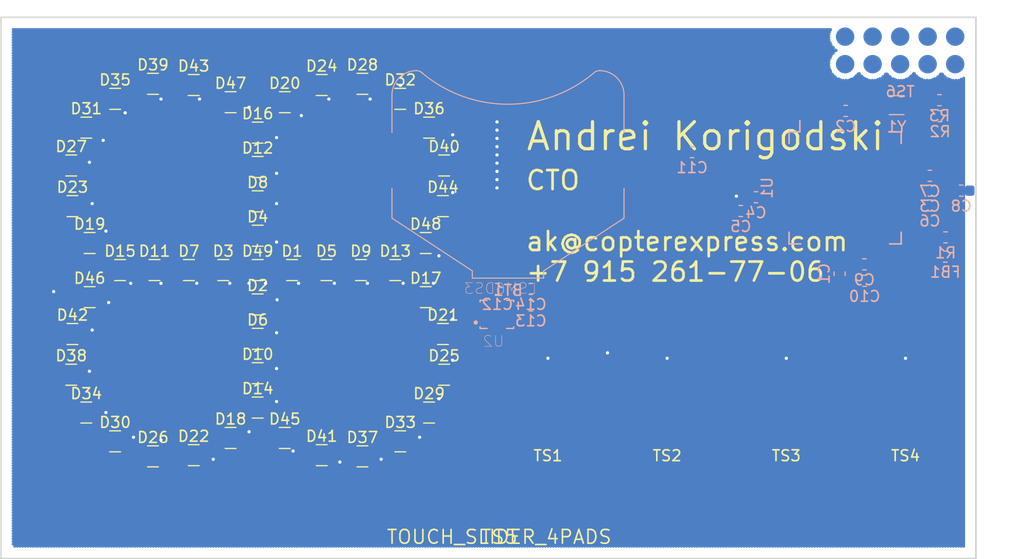
<source format=kicad_pcb>
(kicad_pcb (version 20171130) (host pcbnew 5.0.2+dfsg1-1~bpo9+1)
  (layers (0 F.Cu signal) (31 B.Cu signal) (34 B.Paste user) (35 F.Paste user) (36 B.SilkS user hide) (37 F.SilkS user) (38 B.Mask user) (39 F.Mask user hide) (44 Edge.Cuts user))
  (net 0 "")
  (net 1 LED_K0)
  (net 2 LED_K1)
  (net 3 LED_A0)
  (net 4 LED_K3)
  (net 5 LED_K2)
  (net 6 LED_K4)
  (net 7 LED_K5)
  (net 8 LED_K7)
  (net 9 LED_K6)
  (net 10 LED_K8)
  (net 11 LED_A1)
  (net 12 LED_A2)
  (net 13 LED_A3)
  (net 14 LED_A4)
  (net 15 LED_A5)
  (net 16 LED_A6)
  (net 17 LED_A7)
  (net 18 LED_A8)
  (net 19 VDD)
  (net 20 N$2)
  (net 21 MCU_AVDD)
  (net 22 GND)
  (net 23 N$7)
  (net 24 N$6)
  (net 25 N$13)
  (net 26 N$14)
  (net 27 N$5)
  (net 28 N$19)
  (net 29 N$20)
  (net 30 N$16)
  (net 31 N$15)
  (net 32 N$17)
  (net 33 N$18)
  (net 34 N$12)
  (net 35 N$11)
  (net 36 TOUCH_PAD0)
  (net 37 N$1)
  (net 38 TOUCH_PAD1)
  (net 39 TOUCH_PAD2)
  (net 40 TOUCH_PAD3)
  (net 41 N$21)
  (net 42 N$22)
  (net 43 N$23)
  (net 44 N$24)
  (net 45 N$8)
  (net 46 N$10)
  (net 47 N$9)
  (net 48 N$25)
  (net 49 N$26)
  (net 50 LED_K9)
  (net 51 LED_K10)
  (net 52 LED_K11)
  (module footprints:LED_DUAL_0606 (layer F.Cu) (at 126.884 103.351)
    (fp_text reference D1 (at 0 -1.75) (layer F.SilkS))
    (fp_text value LED_Dual_AACC)
    (pad 3 smd rect (at 0.725 -0.425) (size 0.85 0.65) (layers F.Cu F.Paste F.Mask) (net 1 LED_K0))
    (pad 4 smd rect (at 0.725 0.425) (size 0.85 0.65) (layers F.Cu F.Paste F.Mask) (net 1 LED_K0))
    (pad 2 smd rect (at -0.725 0.425) (size 0.85 0.65) (layers F.Cu F.Paste F.Mask) (net 11 LED_A1))
    (pad 1 smd rect (at -0.725 -0.425) (size 0.85 0.65) (layers F.Cu F.Paste F.Mask) (net 3 LED_A0))
  )
  (module footprints:LED_DUAL_0606 (layer F.Cu) (at 123.709 106.526)
    (fp_text reference D2 (at 0 -1.75) (layer F.SilkS))
    (fp_text value LED_Dual_AACC)
    (pad 3 smd rect (at 0.725 -0.425) (size 0.85 0.65) (layers F.Cu F.Paste F.Mask) (net 1 LED_K0))
    (pad 4 smd rect (at 0.725 0.425) (size 0.85 0.65) (layers F.Cu F.Paste F.Mask) (net 1 LED_K0))
    (pad 2 smd rect (at -0.725 0.425) (size 0.85 0.65) (layers F.Cu F.Paste F.Mask) (net 13 LED_A3))
    (pad 1 smd rect (at -0.725 -0.425) (size 0.85 0.65) (layers F.Cu F.Paste F.Mask) (net 12 LED_A2))
  )
  (module footprints:LED_DUAL_0606 (layer F.Cu) (at 120.534 103.351)
    (fp_text reference D3 (at 0 -1.75) (layer F.SilkS))
    (fp_text value LED_Dual_AACC)
    (pad 3 smd rect (at 0.725 -0.425) (size 0.85 0.65) (layers F.Cu F.Paste F.Mask) (net 1 LED_K0))
    (pad 4 smd rect (at 0.725 0.425) (size 0.85 0.65) (layers F.Cu F.Paste F.Mask) (net 1 LED_K0))
    (pad 2 smd rect (at -0.725 0.425) (size 0.85 0.65) (layers F.Cu F.Paste F.Mask) (net 15 LED_A5))
    (pad 1 smd rect (at -0.725 -0.425) (size 0.85 0.65) (layers F.Cu F.Paste F.Mask) (net 14 LED_A4))
  )
  (module footprints:LED_DUAL_0606 (layer F.Cu) (at 123.709 100.176)
    (fp_text reference D4 (at 0 -1.75) (layer F.SilkS))
    (fp_text value LED_Dual_AACC)
    (pad 3 smd rect (at 0.725 -0.425) (size 0.85 0.65) (layers F.Cu F.Paste F.Mask) (net 1 LED_K0))
    (pad 4 smd rect (at 0.725 0.425) (size 0.85 0.65) (layers F.Cu F.Paste F.Mask) (net 1 LED_K0))
    (pad 2 smd rect (at -0.725 0.425) (size 0.85 0.65) (layers F.Cu F.Paste F.Mask) (net 17 LED_A7))
    (pad 1 smd rect (at -0.725 -0.425) (size 0.85 0.65) (layers F.Cu F.Paste F.Mask) (net 16 LED_A6))
  )
  (module footprints:LED_DUAL_0606 (layer F.Cu) (at 130.059 103.351)
    (fp_text reference D5 (at 0 -1.75) (layer F.SilkS))
    (fp_text value LED_Dual_AACC)
    (pad 3 smd rect (at 0.725 -0.425) (size 0.85 0.65) (layers F.Cu F.Paste F.Mask) (net 2 LED_K1))
    (pad 4 smd rect (at 0.725 0.425) (size 0.85 0.65) (layers F.Cu F.Paste F.Mask) (net 2 LED_K1))
    (pad 2 smd rect (at -0.725 0.425) (size 0.85 0.65) (layers F.Cu F.Paste F.Mask) (net 11 LED_A1))
    (pad 1 smd rect (at -0.725 -0.425) (size 0.85 0.65) (layers F.Cu F.Paste F.Mask) (net 3 LED_A0))
  )
  (module footprints:LED_DUAL_0606 (layer F.Cu) (at 123.709 109.701)
    (fp_text reference D6 (at 0 -1.75) (layer F.SilkS))
    (fp_text value LED_Dual_AACC)
    (pad 3 smd rect (at 0.725 -0.425) (size 0.85 0.65) (layers F.Cu F.Paste F.Mask) (net 2 LED_K1))
    (pad 4 smd rect (at 0.725 0.425) (size 0.85 0.65) (layers F.Cu F.Paste F.Mask) (net 2 LED_K1))
    (pad 2 smd rect (at -0.725 0.425) (size 0.85 0.65) (layers F.Cu F.Paste F.Mask) (net 13 LED_A3))
    (pad 1 smd rect (at -0.725 -0.425) (size 0.85 0.65) (layers F.Cu F.Paste F.Mask) (net 12 LED_A2))
  )
  (module footprints:LED_DUAL_0606 (layer F.Cu) (at 117.359 103.351)
    (fp_text reference D7 (at 0 -1.75) (layer F.SilkS))
    (fp_text value LED_Dual_AACC)
    (pad 3 smd rect (at 0.725 -0.425) (size 0.85 0.65) (layers F.Cu F.Paste F.Mask) (net 2 LED_K1))
    (pad 4 smd rect (at 0.725 0.425) (size 0.85 0.65) (layers F.Cu F.Paste F.Mask) (net 2 LED_K1))
    (pad 2 smd rect (at -0.725 0.425) (size 0.85 0.65) (layers F.Cu F.Paste F.Mask) (net 15 LED_A5))
    (pad 1 smd rect (at -0.725 -0.425) (size 0.85 0.65) (layers F.Cu F.Paste F.Mask) (net 14 LED_A4))
  )
  (module footprints:LED_DUAL_0606 (layer F.Cu) (at 123.709 97.001)
    (fp_text reference D8 (at 0 -1.75) (layer F.SilkS))
    (fp_text value LED_Dual_AACC)
    (pad 3 smd rect (at 0.725 -0.425) (size 0.85 0.65) (layers F.Cu F.Paste F.Mask) (net 2 LED_K1))
    (pad 4 smd rect (at 0.725 0.425) (size 0.85 0.65) (layers F.Cu F.Paste F.Mask) (net 2 LED_K1))
    (pad 2 smd rect (at -0.725 0.425) (size 0.85 0.65) (layers F.Cu F.Paste F.Mask) (net 17 LED_A7))
    (pad 1 smd rect (at -0.725 -0.425) (size 0.85 0.65) (layers F.Cu F.Paste F.Mask) (net 16 LED_A6))
  )
  (module footprints:LED_DUAL_0606 (layer F.Cu) (at 133.234 103.351)
    (fp_text reference D9 (at 0 -1.75) (layer F.SilkS))
    (fp_text value LED_Dual_AACC)
    (pad 3 smd rect (at 0.725 -0.425) (size 0.85 0.65) (layers F.Cu F.Paste F.Mask) (net 5 LED_K2))
    (pad 4 smd rect (at 0.725 0.425) (size 0.85 0.65) (layers F.Cu F.Paste F.Mask) (net 5 LED_K2))
    (pad 2 smd rect (at -0.725 0.425) (size 0.85 0.65) (layers F.Cu F.Paste F.Mask) (net 11 LED_A1))
    (pad 1 smd rect (at -0.725 -0.425) (size 0.85 0.65) (layers F.Cu F.Paste F.Mask) (net 3 LED_A0))
  )
  (module footprints:LED_DUAL_0606 (layer F.Cu) (at 123.709 112.875999)
    (fp_text reference D10 (at 0 -1.75) (layer F.SilkS))
    (fp_text value LED_Dual_AACC)
    (pad 3 smd rect (at 0.725 -0.425) (size 0.85 0.65) (layers F.Cu F.Paste F.Mask) (net 5 LED_K2))
    (pad 4 smd rect (at 0.725 0.425) (size 0.85 0.65) (layers F.Cu F.Paste F.Mask) (net 5 LED_K2))
    (pad 2 smd rect (at -0.725 0.425) (size 0.85 0.65) (layers F.Cu F.Paste F.Mask) (net 13 LED_A3))
    (pad 1 smd rect (at -0.725 -0.425) (size 0.85 0.65) (layers F.Cu F.Paste F.Mask) (net 12 LED_A2))
  )
  (module footprints:LED_DUAL_0606 (layer F.Cu) (at 114.184 103.351)
    (fp_text reference D11 (at 0 -1.75) (layer F.SilkS))
    (fp_text value LED_Dual_AACC)
    (pad 3 smd rect (at 0.725 -0.425) (size 0.85 0.65) (layers F.Cu F.Paste F.Mask) (net 5 LED_K2))
    (pad 4 smd rect (at 0.725 0.425) (size 0.85 0.65) (layers F.Cu F.Paste F.Mask) (net 5 LED_K2))
    (pad 2 smd rect (at -0.725 0.425) (size 0.85 0.65) (layers F.Cu F.Paste F.Mask) (net 15 LED_A5))
    (pad 1 smd rect (at -0.725 -0.425) (size 0.85 0.65) (layers F.Cu F.Paste F.Mask) (net 14 LED_A4))
  )
  (module footprints:LED_DUAL_0606 (layer F.Cu) (at 123.709 93.826)
    (fp_text reference D12 (at 0 -1.75) (layer F.SilkS))
    (fp_text value LED_Dual_AACC)
    (pad 3 smd rect (at 0.725 -0.425) (size 0.85 0.65) (layers F.Cu F.Paste F.Mask) (net 5 LED_K2))
    (pad 4 smd rect (at 0.725 0.425) (size 0.85 0.65) (layers F.Cu F.Paste F.Mask) (net 5 LED_K2))
    (pad 2 smd rect (at -0.725 0.425) (size 0.85 0.65) (layers F.Cu F.Paste F.Mask) (net 17 LED_A7))
    (pad 1 smd rect (at -0.725 -0.425) (size 0.85 0.65) (layers F.Cu F.Paste F.Mask) (net 16 LED_A6))
  )
  (module footprints:LED_DUAL_0606 (layer F.Cu) (at 136.409 103.351)
    (fp_text reference D13 (at 0 -1.75) (layer F.SilkS))
    (fp_text value LED_Dual_AACC)
    (pad 3 smd rect (at 0.725 -0.425) (size 0.85 0.65) (layers F.Cu F.Paste F.Mask) (net 4 LED_K3))
    (pad 4 smd rect (at 0.725 0.425) (size 0.85 0.65) (layers F.Cu F.Paste F.Mask) (net 4 LED_K3))
    (pad 2 smd rect (at -0.725 0.425) (size 0.85 0.65) (layers F.Cu F.Paste F.Mask) (net 11 LED_A1))
    (pad 1 smd rect (at -0.725 -0.425) (size 0.85 0.65) (layers F.Cu F.Paste F.Mask) (net 3 LED_A0))
  )
  (module footprints:LED_DUAL_0606 (layer F.Cu) (at 123.709 116.051)
    (fp_text reference D14 (at 0 -1.75) (layer F.SilkS))
    (fp_text value LED_Dual_AACC)
    (pad 3 smd rect (at 0.725 -0.425) (size 0.85 0.65) (layers F.Cu F.Paste F.Mask) (net 4 LED_K3))
    (pad 4 smd rect (at 0.725 0.425) (size 0.85 0.65) (layers F.Cu F.Paste F.Mask) (net 4 LED_K3))
    (pad 2 smd rect (at -0.725 0.425) (size 0.85 0.65) (layers F.Cu F.Paste F.Mask) (net 13 LED_A3))
    (pad 1 smd rect (at -0.725 -0.425) (size 0.85 0.65) (layers F.Cu F.Paste F.Mask) (net 12 LED_A2))
  )
  (module footprints:LED_DUAL_0606 (layer F.Cu) (at 111.009 103.351)
    (fp_text reference D15 (at 0 -1.75) (layer F.SilkS))
    (fp_text value LED_Dual_AACC)
    (pad 3 smd rect (at 0.725 -0.425) (size 0.85 0.65) (layers F.Cu F.Paste F.Mask) (net 4 LED_K3))
    (pad 4 smd rect (at 0.725 0.425) (size 0.85 0.65) (layers F.Cu F.Paste F.Mask) (net 4 LED_K3))
    (pad 2 smd rect (at -0.725 0.425) (size 0.85 0.65) (layers F.Cu F.Paste F.Mask) (net 15 LED_A5))
    (pad 1 smd rect (at -0.725 -0.425) (size 0.85 0.65) (layers F.Cu F.Paste F.Mask) (net 14 LED_A4))
  )
  (module footprints:LED_DUAL_0606 (layer F.Cu) (at 123.709 90.651)
    (fp_text reference D16 (at 0 -1.75) (layer F.SilkS))
    (fp_text value LED_Dual_AACC)
    (pad 3 smd rect (at 0.725 -0.425) (size 0.85 0.65) (layers F.Cu F.Paste F.Mask) (net 4 LED_K3))
    (pad 4 smd rect (at 0.725 0.425) (size 0.85 0.65) (layers F.Cu F.Paste F.Mask) (net 4 LED_K3))
    (pad 2 smd rect (at -0.725 0.425) (size 0.85 0.65) (layers F.Cu F.Paste F.Mask) (net 17 LED_A7))
    (pad 1 smd rect (at -0.725 -0.425) (size 0.85 0.65) (layers F.Cu F.Paste F.Mask) (net 16 LED_A6))
  )
  (module footprints:LED_DUAL_0606 (layer F.Cu) (at 139.217852 105.850666)
    (fp_text reference D17 (at 0 -1.75) (layer F.SilkS))
    (fp_text value LED_Dual_AACC)
    (pad 3 smd rect (at 0.725 -0.425) (size 0.85 0.65) (layers F.Cu F.Paste F.Mask) (net 6 LED_K4))
    (pad 4 smd rect (at 0.725 0.425) (size 0.85 0.65) (layers F.Cu F.Paste F.Mask) (net 6 LED_K4))
    (pad 2 smd rect (at -0.725 0.425) (size 0.85 0.65) (layers F.Cu F.Paste F.Mask) (net 11 LED_A1))
    (pad 1 smd rect (at -0.725 -0.425) (size 0.85 0.65) (layers F.Cu F.Paste F.Mask) (net 3 LED_A0))
  )
  (module footprints:LED_DUAL_0606 (layer F.Cu) (at 121.209333 118.859852)
    (fp_text reference D18 (at 0 -1.75) (layer F.SilkS))
    (fp_text value LED_Dual_AACC)
    (pad 3 smd rect (at 0.725 -0.425) (size 0.85 0.65) (layers F.Cu F.Paste F.Mask) (net 6 LED_K4))
    (pad 4 smd rect (at 0.725 0.425) (size 0.85 0.65) (layers F.Cu F.Paste F.Mask) (net 6 LED_K4))
    (pad 2 smd rect (at -0.725 0.425) (size 0.85 0.65) (layers F.Cu F.Paste F.Mask) (net 13 LED_A3))
    (pad 1 smd rect (at -0.725 -0.425) (size 0.85 0.65) (layers F.Cu F.Paste F.Mask) (net 12 LED_A2))
  )
  (module footprints:LED_DUAL_0606 (layer F.Cu) (at 108.200147 100.851333)
    (fp_text reference D19 (at 0 -1.75) (layer F.SilkS))
    (fp_text value LED_Dual_AACC)
    (pad 3 smd rect (at 0.725 -0.425) (size 0.85 0.65) (layers F.Cu F.Paste F.Mask) (net 6 LED_K4))
    (pad 4 smd rect (at 0.725 0.425) (size 0.85 0.65) (layers F.Cu F.Paste F.Mask) (net 6 LED_K4))
    (pad 2 smd rect (at -0.725 0.425) (size 0.85 0.65) (layers F.Cu F.Paste F.Mask) (net 15 LED_A5))
    (pad 1 smd rect (at -0.725 -0.425) (size 0.85 0.65) (layers F.Cu F.Paste F.Mask) (net 14 LED_A4))
  )
  (module footprints:LED_DUAL_0606 (layer F.Cu) (at 126.208666 87.842147)
    (fp_text reference D20 (at 0 -1.75) (layer F.SilkS))
    (fp_text value LED_Dual_AACC)
    (pad 3 smd rect (at 0.725 -0.425) (size 0.85 0.65) (layers F.Cu F.Paste F.Mask) (net 6 LED_K4))
    (pad 4 smd rect (at 0.725 0.425) (size 0.85 0.65) (layers F.Cu F.Paste F.Mask) (net 6 LED_K4))
    (pad 2 smd rect (at -0.725 0.425) (size 0.85 0.65) (layers F.Cu F.Paste F.Mask) (net 17 LED_A7))
    (pad 1 smd rect (at -0.725 -0.425) (size 0.85 0.65) (layers F.Cu F.Paste F.Mask) (net 16 LED_A6))
  )
  (module footprints:LED_DUAL_0606 (layer F.Cu) (at 140.806919 109.258431)
    (fp_text reference D21 (at 0 -1.75) (layer F.SilkS))
    (fp_text value LED_Dual_AACC)
    (pad 3 smd rect (at 0.725 -0.425) (size 0.85 0.65) (layers F.Cu F.Paste F.Mask) (net 7 LED_K5))
    (pad 4 smd rect (at 0.725 0.425) (size 0.85 0.65) (layers F.Cu F.Paste F.Mask) (net 7 LED_K5))
    (pad 2 smd rect (at -0.725 0.425) (size 0.85 0.65) (layers F.Cu F.Paste F.Mask) (net 11 LED_A1))
    (pad 1 smd rect (at -0.725 -0.425) (size 0.85 0.65) (layers F.Cu F.Paste F.Mask) (net 3 LED_A0))
  )
  (module footprints:LED_DUAL_0606 (layer F.Cu) (at 117.801568 120.448919)
    (fp_text reference D22 (at 0 -1.75) (layer F.SilkS))
    (fp_text value LED_Dual_AACC)
    (pad 3 smd rect (at 0.725 -0.425) (size 0.85 0.65) (layers F.Cu F.Paste F.Mask) (net 7 LED_K5))
    (pad 4 smd rect (at 0.725 0.425) (size 0.85 0.65) (layers F.Cu F.Paste F.Mask) (net 7 LED_K5))
    (pad 2 smd rect (at -0.725 0.425) (size 0.85 0.65) (layers F.Cu F.Paste F.Mask) (net 13 LED_A3))
    (pad 1 smd rect (at -0.725 -0.425) (size 0.85 0.65) (layers F.Cu F.Paste F.Mask) (net 12 LED_A2))
  )
  (module footprints:LED_DUAL_0606 (layer F.Cu) (at 106.61108 97.443568)
    (fp_text reference D23 (at 0 -1.75) (layer F.SilkS))
    (fp_text value LED_Dual_AACC)
    (pad 3 smd rect (at 0.725 -0.425) (size 0.85 0.65) (layers F.Cu F.Paste F.Mask) (net 7 LED_K5))
    (pad 4 smd rect (at 0.725 0.425) (size 0.85 0.65) (layers F.Cu F.Paste F.Mask) (net 7 LED_K5))
    (pad 2 smd rect (at -0.725 0.425) (size 0.85 0.65) (layers F.Cu F.Paste F.Mask) (net 15 LED_A5))
    (pad 1 smd rect (at -0.725 -0.425) (size 0.85 0.65) (layers F.Cu F.Paste F.Mask) (net 14 LED_A4))
  )
  (module footprints:LED_DUAL_0606 (layer F.Cu) (at 129.616431 86.25308)
    (fp_text reference D24 (at 0 -1.75) (layer F.SilkS))
    (fp_text value LED_Dual_AACC)
    (pad 3 smd rect (at 0.725 -0.425) (size 0.85 0.65) (layers F.Cu F.Paste F.Mask) (net 7 LED_K5))
    (pad 4 smd rect (at 0.725 0.425) (size 0.85 0.65) (layers F.Cu F.Paste F.Mask) (net 7 LED_K5))
    (pad 2 smd rect (at -0.725 0.425) (size 0.85 0.65) (layers F.Cu F.Paste F.Mask) (net 17 LED_A7))
    (pad 1 smd rect (at -0.725 -0.425) (size 0.85 0.65) (layers F.Cu F.Paste F.Mask) (net 16 LED_A6))
  )
  (module footprints:LED_DUAL_0606 (layer F.Cu) (at 140.916279 113.016892)
    (fp_text reference D25 (at 0 -1.75) (layer F.SilkS))
    (fp_text value LED_Dual_AACC)
    (pad 3 smd rect (at 0.725 -0.425) (size 0.85 0.65) (layers F.Cu F.Paste F.Mask) (net 9 LED_K6))
    (pad 4 smd rect (at 0.725 0.425) (size 0.85 0.65) (layers F.Cu F.Paste F.Mask) (net 9 LED_K6))
    (pad 2 smd rect (at -0.725 0.425) (size 0.85 0.65) (layers F.Cu F.Paste F.Mask) (net 3 LED_A0))
    (pad 1 smd rect (at -0.725 -0.425) (size 0.85 0.65) (layers F.Cu F.Paste F.Mask) (net 11 LED_A1))
  )
  (module footprints:LED_DUAL_0606 (layer F.Cu) (at 114.043107 120.558279)
    (fp_text reference D26 (at 0 -1.75) (layer F.SilkS))
    (fp_text value LED_Dual_AACC)
    (pad 3 smd rect (at 0.725 -0.425) (size 0.85 0.65) (layers F.Cu F.Paste F.Mask) (net 9 LED_K6))
    (pad 4 smd rect (at 0.725 0.425) (size 0.85 0.65) (layers F.Cu F.Paste F.Mask) (net 9 LED_K6))
    (pad 2 smd rect (at -0.725 0.425) (size 0.85 0.65) (layers F.Cu F.Paste F.Mask) (net 12 LED_A2))
    (pad 1 smd rect (at -0.725 -0.425) (size 0.85 0.65) (layers F.Cu F.Paste F.Mask) (net 13 LED_A3))
  )
  (module footprints:LED_DUAL_0606 (layer F.Cu) (at 106.50172 93.685107)
    (fp_text reference D27 (at 0 -1.75) (layer F.SilkS))
    (fp_text value LED_Dual_AACC)
    (pad 3 smd rect (at 0.725 -0.425) (size 0.85 0.65) (layers F.Cu F.Paste F.Mask) (net 9 LED_K6))
    (pad 4 smd rect (at 0.725 0.425) (size 0.85 0.65) (layers F.Cu F.Paste F.Mask) (net 9 LED_K6))
    (pad 2 smd rect (at -0.725 0.425) (size 0.85 0.65) (layers F.Cu F.Paste F.Mask) (net 14 LED_A4))
    (pad 1 smd rect (at -0.725 -0.425) (size 0.85 0.65) (layers F.Cu F.Paste F.Mask) (net 15 LED_A5))
  )
  (module footprints:LED_DUAL_0606 (layer F.Cu) (at 133.374892 86.14372)
    (fp_text reference D28 (at 0 -1.75) (layer F.SilkS))
    (fp_text value LED_Dual_AACC)
    (pad 3 smd rect (at 0.725 -0.425) (size 0.85 0.65) (layers F.Cu F.Paste F.Mask) (net 9 LED_K6))
    (pad 4 smd rect (at 0.725 0.425) (size 0.85 0.65) (layers F.Cu F.Paste F.Mask) (net 9 LED_K6))
    (pad 2 smd rect (at -0.725 0.425) (size 0.85 0.65) (layers F.Cu F.Paste F.Mask) (net 16 LED_A6))
    (pad 1 smd rect (at -0.725 -0.425) (size 0.85 0.65) (layers F.Cu F.Paste F.Mask) (net 17 LED_A7))
  )
  (module footprints:LED_DUAL_0606 (layer F.Cu) (at 139.528045 116.511287)
    (fp_text reference D29 (at 0 -1.75) (layer F.SilkS))
    (fp_text value LED_Dual_AACC)
    (pad 3 smd rect (at 0.725 -0.425) (size 0.85 0.65) (layers F.Cu F.Paste F.Mask) (net 8 LED_K7))
    (pad 4 smd rect (at 0.725 0.425) (size 0.85 0.65) (layers F.Cu F.Paste F.Mask) (net 8 LED_K7))
    (pad 2 smd rect (at -0.725 0.425) (size 0.85 0.65) (layers F.Cu F.Paste F.Mask) (net 3 LED_A0))
    (pad 1 smd rect (at -0.725 -0.425) (size 0.85 0.65) (layers F.Cu F.Paste F.Mask) (net 11 LED_A1))
  )
  (module footprints:LED_DUAL_0606 (layer F.Cu) (at 110.548712 119.170045)
    (fp_text reference D30 (at 0 -1.75) (layer F.SilkS))
    (fp_text value LED_Dual_AACC)
    (pad 3 smd rect (at 0.725 -0.425) (size 0.85 0.65) (layers F.Cu F.Paste F.Mask) (net 8 LED_K7))
    (pad 4 smd rect (at 0.725 0.425) (size 0.85 0.65) (layers F.Cu F.Paste F.Mask) (net 8 LED_K7))
    (pad 2 smd rect (at -0.725 0.425) (size 0.85 0.65) (layers F.Cu F.Paste F.Mask) (net 12 LED_A2))
    (pad 1 smd rect (at -0.725 -0.425) (size 0.85 0.65) (layers F.Cu F.Paste F.Mask) (net 13 LED_A3))
  )
  (module footprints:LED_DUAL_0606 (layer F.Cu) (at 107.889954 90.190712)
    (fp_text reference D31 (at 0 -1.75) (layer F.SilkS))
    (fp_text value LED_Dual_AACC)
    (pad 3 smd rect (at 0.725 -0.425) (size 0.85 0.65) (layers F.Cu F.Paste F.Mask) (net 8 LED_K7))
    (pad 4 smd rect (at 0.725 0.425) (size 0.85 0.65) (layers F.Cu F.Paste F.Mask) (net 8 LED_K7))
    (pad 2 smd rect (at -0.725 0.425) (size 0.85 0.65) (layers F.Cu F.Paste F.Mask) (net 14 LED_A4))
    (pad 1 smd rect (at -0.725 -0.425) (size 0.85 0.65) (layers F.Cu F.Paste F.Mask) (net 15 LED_A5))
  )
  (module footprints:LED_DUAL_0606 (layer F.Cu) (at 136.869287 87.531954)
    (fp_text reference D32 (at 0 -1.75) (layer F.SilkS))
    (fp_text value LED_Dual_AACC)
    (pad 3 smd rect (at 0.725 -0.425) (size 0.85 0.65) (layers F.Cu F.Paste F.Mask) (net 8 LED_K7))
    (pad 4 smd rect (at 0.725 0.425) (size 0.85 0.65) (layers F.Cu F.Paste F.Mask) (net 8 LED_K7))
    (pad 2 smd rect (at -0.725 0.425) (size 0.85 0.65) (layers F.Cu F.Paste F.Mask) (net 16 LED_A6))
    (pad 1 smd rect (at -0.725 -0.425) (size 0.85 0.65) (layers F.Cu F.Paste F.Mask) (net 17 LED_A7))
  )
  (module footprints:LED_DUAL_0606 (layer F.Cu) (at 136.869287 119.170045)
    (fp_text reference D33 (at 0 -1.75) (layer F.SilkS))
    (fp_text value LED_Dual_AACC)
    (pad 3 smd rect (at 0.725 -0.425) (size 0.85 0.65) (layers F.Cu F.Paste F.Mask) (net 10 LED_K8))
    (pad 4 smd rect (at 0.725 0.425) (size 0.85 0.65) (layers F.Cu F.Paste F.Mask) (net 10 LED_K8))
    (pad 2 smd rect (at -0.725 0.425) (size 0.85 0.65) (layers F.Cu F.Paste F.Mask) (net 3 LED_A0))
    (pad 1 smd rect (at -0.725 -0.425) (size 0.85 0.65) (layers F.Cu F.Paste F.Mask) (net 11 LED_A1))
  )
  (module footprints:LED_DUAL_0606 (layer F.Cu) (at 107.889954 116.511287)
    (fp_text reference D34 (at 0 -1.75) (layer F.SilkS))
    (fp_text value LED_Dual_AACC)
    (pad 3 smd rect (at 0.725 -0.425) (size 0.85 0.65) (layers F.Cu F.Paste F.Mask) (net 10 LED_K8))
    (pad 4 smd rect (at 0.725 0.425) (size 0.85 0.65) (layers F.Cu F.Paste F.Mask) (net 10 LED_K8))
    (pad 2 smd rect (at -0.725 0.425) (size 0.85 0.65) (layers F.Cu F.Paste F.Mask) (net 12 LED_A2))
    (pad 1 smd rect (at -0.725 -0.425) (size 0.85 0.65) (layers F.Cu F.Paste F.Mask) (net 13 LED_A3))
  )
  (module footprints:LED_DUAL_0606 (layer F.Cu) (at 110.548712 87.531954)
    (fp_text reference D35 (at 0 -1.75) (layer F.SilkS))
    (fp_text value LED_Dual_AACC)
    (pad 3 smd rect (at 0.725 -0.425) (size 0.85 0.65) (layers F.Cu F.Paste F.Mask) (net 10 LED_K8))
    (pad 4 smd rect (at 0.725 0.425) (size 0.85 0.65) (layers F.Cu F.Paste F.Mask) (net 10 LED_K8))
    (pad 2 smd rect (at -0.725 0.425) (size 0.85 0.65) (layers F.Cu F.Paste F.Mask) (net 14 LED_A4))
    (pad 1 smd rect (at -0.725 -0.425) (size 0.85 0.65) (layers F.Cu F.Paste F.Mask) (net 15 LED_A5))
  )
  (module footprints:LED_DUAL_0606 (layer F.Cu) (at 139.528045 90.190712)
    (fp_text reference D36 (at 0 -1.75) (layer F.SilkS))
    (fp_text value LED_Dual_AACC)
    (pad 3 smd rect (at 0.725 -0.425) (size 0.85 0.65) (layers F.Cu F.Paste F.Mask) (net 10 LED_K8))
    (pad 4 smd rect (at 0.725 0.425) (size 0.85 0.65) (layers F.Cu F.Paste F.Mask) (net 10 LED_K8))
    (pad 2 smd rect (at -0.725 0.425) (size 0.85 0.65) (layers F.Cu F.Paste F.Mask) (net 16 LED_A6))
    (pad 1 smd rect (at -0.725 -0.425) (size 0.85 0.65) (layers F.Cu F.Paste F.Mask) (net 17 LED_A7))
  )
  (module footprints:LED_DUAL_0606 (layer F.Cu) (at 133.374892 120.558279)
    (fp_text reference D37 (at 0 -1.75) (layer F.SilkS))
    (fp_text value LED_Dual_AACC)
    (pad 3 smd rect (at 0.725 -0.425) (size 0.85 0.65) (layers F.Cu F.Paste F.Mask) (net 50 LED_K9))
    (pad 4 smd rect (at 0.725 0.425) (size 0.85 0.65) (layers F.Cu F.Paste F.Mask) (net 50 LED_K9))
    (pad 2 smd rect (at -0.725 0.425) (size 0.85 0.65) (layers F.Cu F.Paste F.Mask) (net 3 LED_A0))
    (pad 1 smd rect (at -0.725 -0.425) (size 0.85 0.65) (layers F.Cu F.Paste F.Mask) (net 11 LED_A1))
  )
  (module footprints:LED_DUAL_0606 (layer F.Cu) (at 106.50172 113.016892)
    (fp_text reference D38 (at 0 -1.75) (layer F.SilkS))
    (fp_text value LED_Dual_AACC)
    (pad 3 smd rect (at 0.725 -0.425) (size 0.85 0.65) (layers F.Cu F.Paste F.Mask) (net 50 LED_K9))
    (pad 4 smd rect (at 0.725 0.425) (size 0.85 0.65) (layers F.Cu F.Paste F.Mask) (net 50 LED_K9))
    (pad 2 smd rect (at -0.725 0.425) (size 0.85 0.65) (layers F.Cu F.Paste F.Mask) (net 12 LED_A2))
    (pad 1 smd rect (at -0.725 -0.425) (size 0.85 0.65) (layers F.Cu F.Paste F.Mask) (net 13 LED_A3))
  )
  (module footprints:LED_DUAL_0606 (layer F.Cu) (at 114.043107 86.14372)
    (fp_text reference D39 (at 0 -1.75) (layer F.SilkS))
    (fp_text value LED_Dual_AACC)
    (pad 3 smd rect (at 0.725 -0.425) (size 0.85 0.65) (layers F.Cu F.Paste F.Mask) (net 50 LED_K9))
    (pad 4 smd rect (at 0.725 0.425) (size 0.85 0.65) (layers F.Cu F.Paste F.Mask) (net 50 LED_K9))
    (pad 2 smd rect (at -0.725 0.425) (size 0.85 0.65) (layers F.Cu F.Paste F.Mask) (net 14 LED_A4))
    (pad 1 smd rect (at -0.725 -0.425) (size 0.85 0.65) (layers F.Cu F.Paste F.Mask) (net 15 LED_A5))
  )
  (module footprints:LED_DUAL_0606 (layer F.Cu) (at 140.916279 93.685107)
    (fp_text reference D40 (at 0 -1.75) (layer F.SilkS))
    (fp_text value LED_Dual_AACC)
    (pad 3 smd rect (at 0.725 -0.425) (size 0.85 0.65) (layers F.Cu F.Paste F.Mask) (net 50 LED_K9))
    (pad 4 smd rect (at 0.725 0.425) (size 0.85 0.65) (layers F.Cu F.Paste F.Mask) (net 50 LED_K9))
    (pad 2 smd rect (at -0.725 0.425) (size 0.85 0.65) (layers F.Cu F.Paste F.Mask) (net 16 LED_A6))
    (pad 1 smd rect (at -0.725 -0.425) (size 0.85 0.65) (layers F.Cu F.Paste F.Mask) (net 17 LED_A7))
  )
  (module footprints:LED_DUAL_0606 (layer F.Cu) (at 129.616431 120.448919)
    (fp_text reference D41 (at 0 -1.75) (layer F.SilkS))
    (fp_text value LED_Dual_AACC)
    (pad 3 smd rect (at 0.725 -0.425) (size 0.85 0.65) (layers F.Cu F.Paste F.Mask) (net 51 LED_K10))
    (pad 4 smd rect (at 0.725 0.425) (size 0.85 0.65) (layers F.Cu F.Paste F.Mask) (net 51 LED_K10))
    (pad 2 smd rect (at -0.725 0.425) (size 0.85 0.65) (layers F.Cu F.Paste F.Mask) (net 3 LED_A0))
    (pad 1 smd rect (at -0.725 -0.425) (size 0.85 0.65) (layers F.Cu F.Paste F.Mask) (net 11 LED_A1))
  )
  (module footprints:LED_DUAL_0606 (layer F.Cu) (at 106.61108 109.258431)
    (fp_text reference D42 (at 0 -1.75) (layer F.SilkS))
    (fp_text value LED_Dual_AACC)
    (pad 3 smd rect (at 0.725 -0.425) (size 0.85 0.65) (layers F.Cu F.Paste F.Mask) (net 51 LED_K10))
    (pad 4 smd rect (at 0.725 0.425) (size 0.85 0.65) (layers F.Cu F.Paste F.Mask) (net 51 LED_K10))
    (pad 2 smd rect (at -0.725 0.425) (size 0.85 0.65) (layers F.Cu F.Paste F.Mask) (net 12 LED_A2))
    (pad 1 smd rect (at -0.725 -0.425) (size 0.85 0.65) (layers F.Cu F.Paste F.Mask) (net 13 LED_A3))
  )
  (module footprints:LED_DUAL_0606 (layer F.Cu) (at 117.801568 86.25308)
    (fp_text reference D43 (at 0 -1.75) (layer F.SilkS))
    (fp_text value LED_Dual_AACC)
    (pad 3 smd rect (at 0.725 -0.425) (size 0.85 0.65) (layers F.Cu F.Paste F.Mask) (net 51 LED_K10))
    (pad 4 smd rect (at 0.725 0.425) (size 0.85 0.65) (layers F.Cu F.Paste F.Mask) (net 51 LED_K10))
    (pad 2 smd rect (at -0.725 0.425) (size 0.85 0.65) (layers F.Cu F.Paste F.Mask) (net 14 LED_A4))
    (pad 1 smd rect (at -0.725 -0.425) (size 0.85 0.65) (layers F.Cu F.Paste F.Mask) (net 15 LED_A5))
  )
  (module footprints:LED_DUAL_0606 (layer F.Cu) (at 140.806919 97.443568)
    (fp_text reference D44 (at 0 -1.75) (layer F.SilkS))
    (fp_text value LED_Dual_AACC)
    (pad 3 smd rect (at 0.725 -0.425) (size 0.85 0.65) (layers F.Cu F.Paste F.Mask) (net 51 LED_K10))
    (pad 4 smd rect (at 0.725 0.425) (size 0.85 0.65) (layers F.Cu F.Paste F.Mask) (net 51 LED_K10))
    (pad 2 smd rect (at -0.725 0.425) (size 0.85 0.65) (layers F.Cu F.Paste F.Mask) (net 16 LED_A6))
    (pad 1 smd rect (at -0.725 -0.425) (size 0.85 0.65) (layers F.Cu F.Paste F.Mask) (net 17 LED_A7))
  )
  (module footprints:LED_DUAL_0606 (layer F.Cu) (at 126.208666 118.859852)
    (fp_text reference D45 (at 0 -1.75) (layer F.SilkS))
    (fp_text value LED_Dual_AACC)
    (pad 3 smd rect (at 0.725 -0.425) (size 0.85 0.65) (layers F.Cu F.Paste F.Mask) (net 52 LED_K11))
    (pad 4 smd rect (at 0.725 0.425) (size 0.85 0.65) (layers F.Cu F.Paste F.Mask) (net 52 LED_K11))
    (pad 2 smd rect (at -0.725 0.425) (size 0.85 0.65) (layers F.Cu F.Paste F.Mask) (net 3 LED_A0))
    (pad 1 smd rect (at -0.725 -0.425) (size 0.85 0.65) (layers F.Cu F.Paste F.Mask) (net 11 LED_A1))
  )
  (module footprints:LED_DUAL_0606 (layer F.Cu) (at 108.200147 105.850666)
    (fp_text reference D46 (at 0 -1.75) (layer F.SilkS))
    (fp_text value LED_Dual_AACC)
    (pad 3 smd rect (at 0.725 -0.425) (size 0.85 0.65) (layers F.Cu F.Paste F.Mask) (net 52 LED_K11))
    (pad 4 smd rect (at 0.725 0.425) (size 0.85 0.65) (layers F.Cu F.Paste F.Mask) (net 52 LED_K11))
    (pad 2 smd rect (at -0.725 0.425) (size 0.85 0.65) (layers F.Cu F.Paste F.Mask) (net 12 LED_A2))
    (pad 1 smd rect (at -0.725 -0.425) (size 0.85 0.65) (layers F.Cu F.Paste F.Mask) (net 13 LED_A3))
  )
  (module footprints:LED_DUAL_0606 (layer F.Cu) (at 121.209333 87.842147)
    (fp_text reference D47 (at 0 -1.75) (layer F.SilkS))
    (fp_text value LED_Dual_AACC)
    (pad 3 smd rect (at 0.725 -0.425) (size 0.85 0.65) (layers F.Cu F.Paste F.Mask) (net 52 LED_K11))
    (pad 4 smd rect (at 0.725 0.425) (size 0.85 0.65) (layers F.Cu F.Paste F.Mask) (net 52 LED_K11))
    (pad 2 smd rect (at -0.725 0.425) (size 0.85 0.65) (layers F.Cu F.Paste F.Mask) (net 14 LED_A4))
    (pad 1 smd rect (at -0.725 -0.425) (size 0.85 0.65) (layers F.Cu F.Paste F.Mask) (net 15 LED_A5))
  )
  (module footprints:LED_DUAL_0606 (layer F.Cu) (at 139.217852 100.851333)
    (fp_text reference D48 (at 0 -1.75) (layer F.SilkS))
    (fp_text value LED_Dual_AACC)
    (pad 3 smd rect (at 0.725 -0.425) (size 0.85 0.65) (layers F.Cu F.Paste F.Mask) (net 52 LED_K11))
    (pad 4 smd rect (at 0.725 0.425) (size 0.85 0.65) (layers F.Cu F.Paste F.Mask) (net 52 LED_K11))
    (pad 2 smd rect (at -0.725 0.425) (size 0.85 0.65) (layers F.Cu F.Paste F.Mask) (net 16 LED_A6))
    (pad 1 smd rect (at -0.725 -0.425) (size 0.85 0.65) (layers F.Cu F.Paste F.Mask) (net 17 LED_A7))
  )
  (module footprints:LED_DUAL_0606 (layer F.Cu) (at 123.709 103.351)
    (fp_text reference D49 (at 0 -1.75) (layer F.SilkS))
    (fp_text value LED_Dual_AACC)
    (pad 3 smd rect (at 0.725 -0.425) (size 0.85 0.65) (layers F.Cu F.Paste F.Mask) (net 1 LED_K0))
    (pad 4 smd rect (at 0.725 0.425) (size 0.85 0.65) (layers F.Cu F.Paste F.Mask) (net 2 LED_K1))
    (pad 2 smd rect (at -0.725 0.425) (size 0.85 0.65) (layers F.Cu F.Paste F.Mask) (net 18 LED_A8))
    (pad 1 smd rect (at -0.725 -0.425) (size 0.85 0.65) (layers F.Cu F.Paste F.Mask) (net 18 LED_A8))
  )
  (module Inductor_SMD:L_0603_1608Metric (layer B.Cu) (at 187.1725 102.108)
    (fp_text reference FB1 (at 0 1.43) (layer B.SilkS) (effects (justify mirror)))
    (fp_text value Ferrite_Bead_Small)
    (pad 2 smd roundrect (at 0.7875 0) (size 0.875 0.95) (layers B.Cu B.Paste B.Mask) (net 20 N$2))
    (pad 1 smd roundrect (at -0.7875 0) (size 0.875 0.95) (layers B.Cu B.Paste B.Mask) (net 19 VDD))
  )
  (module Resistor_SMD:R_0603_1608Metric (layer B.Cu) (at 187.1979 100.33)
    (fp_text reference R1 (at 0 1.43) (layer B.SilkS) (effects (justify mirror)))
    (fp_text value 1)
    (pad 2 smd roundrect (at 0.7875 0) (size 0.875 0.95) (layers B.Cu B.Paste B.Mask) (net 21 MCU_AVDD))
    (pad 1 smd roundrect (at -0.7875 0) (size 0.875 0.95) (layers B.Cu B.Paste B.Mask) (net 20 N$2))
  )
  (module Package_QFP:LQFP-64_10x10mm_P0.5mm (layer B.Cu) (at 177.927 95.758 270)
    (fp_text reference U1 (at 0 7.2 270) (layer B.SilkS) (effects (justify mirror)))
    (fp_text value EFM32LG232F64)
    (pad 64 smd rect (at -3.75 5.7 180) (size 1 0.25) (layers B.Cu B.Paste B.Mask) (net 8 LED_K7))
    (pad 63 smd rect (at -3.25 5.7 180) (size 1 0.25) (layers B.Cu B.Paste B.Mask) (net 9 LED_K6))
    (pad 62 smd rect (at -2.75 5.7 180) (size 1 0.25) (layers B.Cu B.Paste B.Mask) (net 7 LED_K5))
    (pad 61 smd rect (at -2.25 5.7 180) (size 1 0.25) (layers B.Cu B.Paste B.Mask) (net 6 LED_K4))
    (pad 60 smd rect (at -1.75 5.7 180) (size 1 0.25) (layers B.Cu B.Paste B.Mask) (net 4 LED_K3))
    (pad 59 smd rect (at -1.25 5.7 180) (size 1 0.25) (layers B.Cu B.Paste B.Mask) (net 5 LED_K2))
    (pad 58 smd rect (at -0.75 5.7 180) (size 1 0.25) (layers B.Cu B.Paste B.Mask) (net 2 LED_K1))
    (pad 57 smd rect (at -0.25 5.7 180) (size 1 0.25) (layers B.Cu B.Paste B.Mask) (net 1 LED_K0))
    (pad 56 smd rect (at 0.25 5.7 180) (size 1 0.25) (layers B.Cu B.Paste B.Mask) (net 22 GND))
    (pad 55 smd rect (at 0.75 5.7 180) (size 1 0.25) (layers B.Cu B.Paste B.Mask) (net 19 VDD))
    (pad 54 smd rect (at 1.25 5.7 180) (size 1 0.25) (layers B.Cu B.Paste B.Mask) (net 52 LED_K11))
    (pad 53 smd rect (at 1.75 5.7 180) (size 1 0.25) (layers B.Cu B.Paste B.Mask) (net 51 LED_K10))
    (pad 52 smd rect (at 2.25 5.7 180) (size 1 0.25) (layers B.Cu B.Paste B.Mask) (net 50 LED_K9))
    (pad 51 smd rect (at 2.75 5.7 180) (size 1 0.25) (layers B.Cu B.Paste B.Mask) (net 10 LED_K8))
    (pad 50 smd rect (at 3.25 5.7 180) (size 1 0.25) (layers B.Cu B.Paste B.Mask) (net 47 N$9))
    (pad 49 smd rect (at 3.75 5.7 180) (size 1 0.25) (layers B.Cu B.Paste B.Mask) (net 46 N$10))
    (pad 48 smd rect (at 5.7 3.75 270) (size 1 0.25) (layers B.Cu B.Paste B.Mask) (net 45 N$8))
    (pad 47 smd rect (at 5.7 3.25 270) (size 1 0.25) (layers B.Cu B.Paste B.Mask) (net 41 N$21))
    (pad 46 smd rect (at 5.7 2.75 270) (size 1 0.25) (layers B.Cu B.Paste B.Mask) (net 42 N$22))
    (pad 45 smd rect (at 5.7 2.25 270) (size 1 0.25) (layers B.Cu B.Paste B.Mask) (net 43 N$23))
    (pad 44 smd rect (at 5.7 1.75 270) (size 1 0.25) (layers B.Cu B.Paste B.Mask) (net 44 N$24))
    (pad 43 smd rect (at 5.7 1.25 270) (size 1 0.25) (layers B.Cu B.Paste B.Mask) (net 40 TOUCH_PAD3))
    (pad 42 smd rect (at 5.7 0.75 270) (size 1 0.25) (layers B.Cu B.Paste B.Mask) (net 39 TOUCH_PAD2))
    (pad 41 smd rect (at 5.7 0.25 270) (size 1 0.25) (layers B.Cu B.Paste B.Mask) (net 38 TOUCH_PAD1))
    (pad 40 smd rect (at 5.7 -0.25 270) (size 1 0.25) (layers B.Cu B.Paste B.Mask) (net 37 N$1))
    (pad 39 smd rect (at 5.7 -0.75 270) (size 1 0.25) (layers B.Cu B.Paste B.Mask) (net 19 VDD))
    (pad 38 smd rect (at 5.7 -1.25 270) (size 1 0.25) (layers B.Cu B.Paste B.Mask) (net 22 GND))
    (pad 37 smd rect (at 5.7 -1.75 270) (size 1 0.25) (layers B.Cu B.Paste B.Mask) (net 36 TOUCH_PAD0))
    (pad 36 smd rect (at 5.7 -2.25 270) (size 1 0.25) (layers B.Cu B.Paste B.Mask) (net 22 GND))
    (pad 35 smd rect (at 5.7 -2.75 270) (size 1 0.25) (layers B.Cu B.Paste B.Mask) (net 35 N$11))
    (pad 34 smd rect (at 5.7 -3.25 270) (size 1 0.25) (layers B.Cu B.Paste B.Mask) (net 34 N$12))
    (pad 33 smd rect (at 5.7 -3.75 270) (size 1 0.25) (layers B.Cu B.Paste B.Mask) (net 22 GND))
    (pad 32 smd rect (at 3.75 -5.7 180) (size 1 0.25) (layers B.Cu B.Paste B.Mask) (net 22 GND))
    (pad 31 smd rect (at 3.25 -5.7 180) (size 1 0.25) (layers B.Cu B.Paste B.Mask) (net 33 N$18))
    (pad 30 smd rect (at 2.75 -5.7 180) (size 1 0.25) (layers B.Cu B.Paste B.Mask) (net 32 N$17))
    (pad 29 smd rect (at 2.25 -5.7 180) (size 1 0.25) (layers B.Cu B.Paste B.Mask) (net 31 N$15))
    (pad 28 smd rect (at 1.75 -5.7 180) (size 1 0.25) (layers B.Cu B.Paste B.Mask) (net 30 N$16))
    (pad 27 smd rect (at 1.25 -5.7 180) (size 1 0.25) (layers B.Cu B.Paste B.Mask) (net 21 MCU_AVDD))
    (pad 26 smd rect (at 0.75 -5.7 180) (size 1 0.25) (layers B.Cu B.Paste B.Mask) (net 19 VDD))
    (pad 25 smd rect (at 0.25 -5.7 180) (size 1 0.25) (layers B.Cu B.Paste B.Mask) (net 29 N$20))
    (pad 24 smd rect (at -0.25 -5.7 180) (size 1 0.25) (layers B.Cu B.Paste B.Mask) (net 28 N$19))
    (pad 23 smd rect (at -0.75 -5.7 180) (size 1 0.25) (layers B.Cu B.Paste B.Mask) (net 21 MCU_AVDD))
    (pad 22 smd rect (at -1.25 -5.7 180) (size 1 0.25) (layers B.Cu B.Paste B.Mask) (net 22 GND))
    (pad 21 smd rect (at -1.75 -5.7 180) (size 1 0.25) (layers B.Cu B.Paste B.Mask) (net 22 GND))
    (pad 20 smd rect (at -2.25 -5.7 180) (size 1 0.25) (layers B.Cu B.Paste B.Mask) (net 27 N$5))
    (pad 19 smd rect (at -2.75 -5.7 180) (size 1 0.25) (layers B.Cu B.Paste B.Mask) (net 18 LED_A8))
    (pad 18 smd rect (at -3.25 -5.7 180) (size 1 0.25) (layers B.Cu B.Paste B.Mask) (net 17 LED_A7))
    (pad 17 smd rect (at -3.75 -5.7 180) (size 1 0.25) (layers B.Cu B.Paste B.Mask) (net 16 LED_A6))
    (pad 16 smd rect (at -5.7 -3.75 270) (size 1 0.25) (layers B.Cu B.Paste B.Mask) (net 26 N$14))
    (pad 15 smd rect (at -5.7 -3.25 270) (size 1 0.25) (layers B.Cu B.Paste B.Mask) (net 25 N$13))
    (pad 14 smd rect (at -5.7 -2.75 270) (size 1 0.25) (layers B.Cu B.Paste B.Mask) (net 49 N$26))
    (pad 13 smd rect (at -5.7 -2.25 270) (size 1 0.25) (layers B.Cu B.Paste B.Mask) (net 48 N$25))
    (pad 12 smd rect (at -5.7 -1.75 270) (size 1 0.25) (layers B.Cu B.Paste B.Mask) (net 22 GND))
    (pad 11 smd rect (at -5.7 -1.25 270) (size 1 0.25) (layers B.Cu B.Paste B.Mask) (net 22 GND))
    (pad 10 smd rect (at -5.7 -0.75 270) (size 1 0.25) (layers B.Cu B.Paste B.Mask) (net 24 N$6))
    (pad 9 smd rect (at -5.7 -0.25 270) (size 1 0.25) (layers B.Cu B.Paste B.Mask) (net 23 N$7))
    (pad 8 smd rect (at -5.7 0.25 270) (size 1 0.25) (layers B.Cu B.Paste B.Mask) (net 22 GND))
    (pad 7 smd rect (at -5.7 0.75 270) (size 1 0.25) (layers B.Cu B.Paste B.Mask) (net 19 VDD))
    (pad 6 smd rect (at -5.7 1.25 270) (size 1 0.25) (layers B.Cu B.Paste B.Mask) (net 15 LED_A5))
    (pad 5 smd rect (at -5.7 1.75 270) (size 1 0.25) (layers B.Cu B.Paste B.Mask) (net 14 LED_A4))
    (pad 4 smd rect (at -5.7 2.25 270) (size 1 0.25) (layers B.Cu B.Paste B.Mask) (net 13 LED_A3))
    (pad 3 smd rect (at -5.7 2.75 270) (size 1 0.25) (layers B.Cu B.Paste B.Mask) (net 12 LED_A2))
    (pad 2 smd rect (at -5.7 3.25 270) (size 1 0.25) (layers B.Cu B.Paste B.Mask) (net 11 LED_A1))
    (pad 1 smd rect (at -5.7 3.75 270) (size 1 0.25) (layers B.Cu B.Paste B.Mask) (net 3 LED_A0))
  )
  (module Crystal:Crystal_SMD_3215-2Pin_3.2x1.5mm (layer B.Cu) (at 182.6822 88.1126)
    (fp_text reference Y1 (at 0 2) (layer B.SilkS) (effects (justify mirror)))
    (fp_text value 32768Hz)
    (pad 1 smd rect (at -1.25 0) (size 1 1.8) (layers B.Cu B.Paste B.Mask) (net 25 N$13))
    (pad 2 smd rect (at 1.25 0) (size 1 1.8) (layers B.Cu B.Paste B.Mask) (net 26 N$14))
  )
  (module Capacitor_SMD:C_0603_1608Metric (layer B.Cu) (at 177.419 103.6829 270)
    (fp_text reference C1 (at 0 1.43 270) (layer B.SilkS) (effects (justify mirror)))
    (fp_text value 1uF)
    (pad 2 smd roundrect (at 0.7875 0 270) (size 0.875 0.95) (layers B.Cu B.Paste B.Mask) (net 22 GND))
    (pad 1 smd roundrect (at -0.7875 0 270) (size 0.875 0.95) (layers B.Cu B.Paste B.Mask) (net 37 N$1))
  )
  (module Capacitor_SMD:C_0603_1608Metric (layer B.Cu) (at 185.7503 96.012)
    (fp_text reference C3 (at 0 1.43) (layer B.SilkS) (effects (justify mirror)))
    (fp_text value 0.1uF)
    (pad 2 smd roundrect (at 0.7875 0) (size 0.875 0.95) (layers B.Cu B.Paste B.Mask) (net 22 GND))
    (pad 1 smd roundrect (at -0.7875 0) (size 0.875 0.95) (layers B.Cu B.Paste B.Mask) (net 19 VDD))
  )
  (module Capacitor_SMD:C_0603_1608Metric (layer B.Cu) (at 169.6974 96.6216)
    (fp_text reference C4 (at 0 1.43) (layer B.SilkS) (effects (justify mirror)))
    (fp_text value 0.1uF)
    (pad 1 smd roundrect (at 0.7875 0) (size 0.875 0.95) (layers B.Cu B.Paste B.Mask) (net 19 VDD))
    (pad 2 smd roundrect (at -0.7875 0) (size 0.875 0.95) (layers B.Cu B.Paste B.Mask) (net 22 GND))
  )
  (module Capacitor_SMD:C_0603_1608Metric (layer B.Cu) (at 168.3004 97.8916)
    (fp_text reference C5 (at 0 1.43) (layer B.SilkS) (effects (justify mirror)))
    (fp_text value 10uF)
    (pad 1 smd roundrect (at 0.7875 0) (size 0.875 0.95) (layers B.Cu B.Paste B.Mask) (net 19 VDD))
    (pad 2 smd roundrect (at -0.7875 0) (size 0.875 0.95) (layers B.Cu B.Paste B.Mask) (net 22 GND))
  )
  (module Capacitor_SMD:C_0603_1608Metric (layer B.Cu) (at 185.7503 97.3836)
    (fp_text reference C6 (at 0 1.43) (layer B.SilkS) (effects (justify mirror)))
    (fp_text value 10nF)
    (pad 2 smd roundrect (at 0.7875 0) (size 0.875 0.95) (layers B.Cu B.Paste B.Mask) (net 22 GND))
    (pad 1 smd roundrect (at -0.7875 0) (size 0.875 0.95) (layers B.Cu B.Paste B.Mask) (net 21 MCU_AVDD))
  )
  (module Capacitor_SMD:C_0603_1608Metric (layer B.Cu) (at 185.7503 94.6404)
    (fp_text reference C7 (at 0 1.43) (layer B.SilkS) (effects (justify mirror)))
    (fp_text value 10nF)
    (pad 2 smd roundrect (at 0.7875 0) (size 0.875 0.95) (layers B.Cu B.Paste B.Mask) (net 22 GND))
    (pad 1 smd roundrect (at -0.7875 0) (size 0.875 0.95) (layers B.Cu B.Paste B.Mask) (net 21 MCU_AVDD))
  )
  (module Capacitor_SMD:C_0603_1608Metric (layer B.Cu) (at 188.6457 96.012)
    (fp_text reference C8 (at 0 1.43) (layer B.SilkS) (effects (justify mirror)))
    (fp_text value 10uF)
    (pad 2 smd roundrect (at 0.7875 0) (size 0.875 0.95) (layers B.Cu B.Paste B.Mask) (net 22 GND))
    (pad 1 smd roundrect (at -0.7875 0) (size 0.875 0.95) (layers B.Cu B.Paste B.Mask) (net 21 MCU_AVDD))
  )
  (module Capacitor_SMD:C_0603_1608Metric (layer B.Cu) (at 179.7049 102.8192)
    (fp_text reference C9 (at 0 1.43) (layer B.SilkS) (effects (justify mirror)))
    (fp_text value 0.1uF)
    (pad 2 smd roundrect (at 0.7875 0) (size 0.875 0.95) (layers B.Cu B.Paste B.Mask) (net 22 GND))
    (pad 1 smd roundrect (at -0.7875 0) (size 0.875 0.95) (layers B.Cu B.Paste B.Mask) (net 19 VDD))
  )
  (module Capacitor_SMD:C_0603_1608Metric (layer B.Cu) (at 179.7303 104.3432)
    (fp_text reference C10 (at 0 1.43) (layer B.SilkS) (effects (justify mirror)))
    (fp_text value 3.3uF)
    (pad 2 smd roundrect (at 0.7875 0) (size 0.875 0.95) (layers B.Cu B.Paste B.Mask) (net 22 GND))
    (pad 1 smd roundrect (at -0.7875 0) (size 0.875 0.95) (layers B.Cu B.Paste B.Mask) (net 19 VDD))
  )
  (module Capacitor_SMD:C_0603_1608Metric (layer B.Cu) (at 163.8045 92.456)
    (fp_text reference C11 (at 0 1.43) (layer B.SilkS) (effects (justify mirror)))
    (fp_text value 100uF)
    (pad 2 smd roundrect (at 0.7875 0) (size 0.875 0.95) (layers B.Cu B.Paste B.Mask) (net 22 GND))
    (pad 1 smd roundrect (at -0.7875 0) (size 0.875 0.95) (layers B.Cu B.Paste B.Mask) (net 19 VDD))
  )
  (module Capacitor_SMD:C_0603_1608Metric (layer B.Cu) (at 145.8249 105.0896)
    (fp_text reference C12 (at 0 1.43) (layer B.SilkS) (effects (justify mirror)))
    (fp_text value 0.1uF)
    (pad 2 smd roundrect (at 0.7875 0) (size 0.875 0.95) (layers B.Cu B.Paste B.Mask) (net 22 GND))
    (pad 1 smd roundrect (at -0.7875 0) (size 0.875 0.95) (layers B.Cu B.Paste B.Mask) (net 19 VDD))
  )
  (module Capacitor_SMD:C_0603_1608Metric (layer B.Cu) (at 148.9239 106.6136)
    (fp_text reference C13 (at 0 1.43) (layer B.SilkS) (effects (justify mirror)))
    (fp_text value 0.1uF)
    (pad 2 smd roundrect (at 0.7875 0) (size 0.875 0.95) (layers B.Cu B.Paste B.Mask) (net 22 GND))
    (pad 1 smd roundrect (at -0.7875 0) (size 0.875 0.95) (layers B.Cu B.Paste B.Mask) (net 19 VDD))
  )
  (module Resistor_SMD:R_0603_1608Metric (layer B.Cu) (at 186.6899 89.1286)
    (fp_text reference R2 (at 0 1.43) (layer B.SilkS) (effects (justify mirror)))
    (fp_text value 0)
    (pad 2 smd roundrect (at 0.7875 0) (size 0.875 0.95) (layers B.Cu B.Paste B.Mask) (net 22 GND))
    (pad 1 smd roundrect (at -0.7875 0) (size 0.875 0.95) (layers B.Cu B.Paste B.Mask) (net 48 N$25))
  )
  (module Resistor_SMD:R_0603_1608Metric (layer B.Cu) (at 186.6392 87.6554)
    (fp_text reference R3 (at 0 1.43) (layer B.SilkS) (effects (justify mirror)))
    (fp_text value 0)
    (pad 2 smd roundrect (at 0.7875 0) (size 0.875 0.95) (layers B.Cu B.Paste B.Mask) (net 22 GND))
    (pad 1 smd roundrect (at -0.7875 0) (size 0.875 0.95) (layers B.Cu B.Paste B.Mask) (net 49 N$26))
  )
  (module footprints:LSM6DS3 (layer B.Cu) (at 145.7844 107.4416)
    (fp_text reference U2 (at -0.31031 2.48754) (layer B.SilkS) (effects (font (size 1.00102 1.00102) (thickness 0.05)) (justify mirror)))
    (fp_text value LSM6DS3 (at 0.325055 -2.39047) (layer B.SilkS) (effects (font (size 1.0002 1.0002) (thickness 0.05)) (justify mirror)))
    (pad 4 smd rect (at -1.175 -0.75 180) (size 0.58 0.35) (layers B.Cu B.Paste B.Mask) (net 28 N$19))
    (pad 3 smd rect (at -1.175 -0.25 180) (size 0.58 0.35) (layers B.Cu B.Paste B.Mask) (net 22 GND))
    (pad 2 smd rect (at -1.175 0.25 180) (size 0.58 0.35) (layers B.Cu B.Paste B.Mask) (net 22 GND))
    (pad 1 smd rect (at -1.175 0.75 180) (size 0.58 0.35) (layers B.Cu B.Paste B.Mask) (net 31 N$15))
    (pad 7 smd rect (at 0.5 -0.925 270) (size 0.58 0.35) (layers B.Cu B.Paste B.Mask) (net 22 GND))
    (pad 6 smd rect (at 0 -0.925 270) (size 0.58 0.35) (layers B.Cu B.Paste B.Mask) (net 22 GND))
    (pad 5 smd rect (at -0.5 -0.925 270) (size 0.58 0.35) (layers B.Cu B.Paste B.Mask) (net 19 VDD))
    (pad 8 smd rect (at 1.175 -0.75 180) (size 0.58 0.35) (layers B.Cu B.Paste B.Mask) (net 19 VDD))
    (pad 9 smd rect (at 1.175 -0.25 180) (size 0.58 0.35) (layers B.Cu B.Paste B.Mask) (net 29 N$20))
    (pad 10 smd rect (at 1.175 0.25 180) (size 0.58 0.35) (layers B.Cu B.Paste B.Mask))
    (pad 11 smd rect (at 1.175 0.75 180) (size 0.58 0.35) (layers B.Cu B.Paste B.Mask))
    (pad 12 smd rect (at 0.5 0.925 270) (size 0.58 0.35) (layers B.Cu B.Paste B.Mask) (net 33 N$18))
    (pad 13 smd rect (at 0 0.925 270) (size 0.58 0.35) (layers B.Cu B.Paste B.Mask) (net 32 N$17))
    (pad 14 smd rect (at -0.5 0.925 270) (size 0.58 0.35) (layers B.Cu B.Paste B.Mask) (net 30 N$16))
  )
  (module footprints:TouchPad_D8.0mm (layer F.Cu) (at 150.5 115)
    (fp_text reference TS1 (at 0 5.5) (layer F.SilkS))
    (fp_text value TOUCH_PAD)
    (pad 1 smd circle (at 0 0) (size 8 8) (layers F.Cu) (net 36 TOUCH_PAD0))
  )
  (module footprints:TouchPad_D8.0mm (layer F.Cu) (at 161.5 115)
    (fp_text reference TS2 (at 0 5.5) (layer F.SilkS))
    (fp_text value TOUCH_PAD)
    (pad 1 smd circle (at 0 0) (size 8 8) (layers F.Cu) (net 38 TOUCH_PAD1))
  )
  (module footprints:TouchPad_D8.0mm (layer F.Cu) (at 172.5 115)
    (fp_text reference TS3 (at 0 5.5) (layer F.SilkS))
    (fp_text value TOUCH_PAD)
    (pad 1 smd circle (at 0 0) (size 8 8) (layers F.Cu) (net 39 TOUCH_PAD2))
  )
  (module footprints:TouchPad_D8.0mm (layer F.Cu) (at 183.5 115)
    (fp_text reference TS4 (at 0 5.5) (layer F.SilkS))
    (fp_text value TOUCH_PAD)
    (pad 1 smd circle (at 0 0) (size 8 8) (layers F.Cu) (net 40 TOUCH_PAD3))
  )
  (module footprints:TestPoints_2x05_P2.54_D1.7 (layer B.Cu) (at 183.007 83.058)
    (fp_text reference TS6 (at 0 3.81) (layer B.SilkS) (effects (justify mirror)))
    (fp_text value POGO_10PADS)
    (pad 5 smd circle (at 0 -1.27) (size 1.7 1.7) (layers B.Cu B.Mask) (net 23 N$7))
    (pad 4 smd circle (at -2.54 1.27) (size 1.7 1.7) (layers B.Cu B.Mask) (net 24 N$6))
    (pad 3 smd circle (at -2.54 -1.27) (size 1.7 1.7) (layers B.Cu B.Mask) (net 27 N$5))
    (pad 2 smd circle (at -5.08 1.27) (size 1.7 1.7) (layers B.Cu B.Mask) (net 22 GND))
    (pad 1 smd circle (at -5.08 -1.27) (size 1.7 1.7) (layers B.Cu B.Mask) (net 19 VDD))
    (pad 10 smd circle (at 5.08 1.27) (size 1.7 1.7) (layers B.Cu B.Mask) (net 34 N$12))
    (pad 9 smd circle (at 5.08 -1.27) (size 1.7 1.7) (layers B.Cu B.Mask) (net 35 N$11))
    (pad 8 smd circle (at 2.54 1.27) (size 1.7 1.7) (layers B.Cu B.Mask) (net 46 N$10))
    (pad 7 smd circle (at 2.54 -1.27) (size 1.7 1.7) (layers B.Cu B.Mask) (net 47 N$9))
    (pad 6 smd circle (at 0 1.27) (size 1.7 1.7) (layers B.Cu B.Mask) (net 45 N$8))
  )
  (module footprints:BatteryHolder_Keystone_3026_1x2016 (layer B.Cu) (at 146.812 93.218)
    (fp_text reference BT1 (at 0 12) (layer B.SilkS) (effects (justify mirror)))
    (fp_text value Battery_Cell)
    (pad 2 smd rect (at 0 0) (size 7 8) (layers B.Cu B.Mask) (net 22 GND))
    (pad 1 smd rect (at 12.85 0) (size 5.08 5.08) (layers B.Cu B.Paste B.Mask) (net 19 VDD))
    (pad 1 smd rect (at -12.85 0) (size 5.08 5.08) (layers B.Cu B.Paste B.Mask) (net 19 VDD))
  )
  (module footprints:TouchSlider-4_42x7mm (layer F.Cu) (at 146 128)
    (fp_text reference TS5 (at 0 0) (layer F.SilkS) (effects (font (size 1.27 1.27))))
    (fp_text value TOUCH_SLIDER_4PADS (at 0 0) (layer F.SilkS) (effects (font (size 1.27 1.27))))
    (pad 1 smd custom (at 1.5 -3.5) (size 2.333333 2.333333) (layers F.Cu) (net 41 N$21) (options (clearance outline) (anchor circle)) (primitives (gr_poly (pts (xy -1.5 -3.5) (xy 1.5 -3.5) (xy 1.5 -3.270579) (xy 11.140237 -2.333333) (xy 1.5 -1.396088) (xy 1.5 -0.937245) (xy 11.140237 0) (xy 1.5 0.937245) (xy 1.5 1.396088) (xy 11.140237 2.333333) (xy 1.5 3.270579) (xy 1.5 3.5) (xy -1.5 3.5)) (width 0))))
    (pad 2 smd custom (at 14.476341 -3.5) (size 2.333333 2.333333) (layers F.Cu) (net 42 N$22) (options (clearance outline) (anchor circle)) (primitives (gr_poly (pts (xy -11.211214 -3.5) (xy -1.570978 -2.562755) (xy -1.570978 -2.103912) (xy -11.211214 -1.166667) (xy -1.570978 -0.229421) (xy -1.570978 0.229421) (xy -11.211214 1.166667) (xy -1.570978 2.103912) (xy -1.570978 2.562755) (xy -11.211214 3.5) (xy 1.570978 3.5) (xy 1.570978 3.270579) (xy 11.211214 2.333333) (xy 1.570978 1.396088) (xy 1.570978 0.937245) (xy 11.211214 0) (xy 1.570978 -0.937245) (xy 1.570978 -1.396088) (xy 11.211214 -2.333333) (xy 1.570978 -3.270579) (xy 1.570978 -3.5)) (width 0))))
    (pad 3 smd custom (at 27.523659 -3.5) (size 2.333333 2.333333) (layers F.Cu) (net 43 N$23) (options (clearance outline) (anchor circle)) (primitives (gr_poly (pts (xy -11.211214 -3.5) (xy -1.570978 -2.562755) (xy -1.570978 -2.103912) (xy -11.211214 -1.166667) (xy -1.570978 -0.229421) (xy -1.570978 0.229421) (xy -11.211214 1.166667) (xy -1.570978 2.103912) (xy -1.570978 2.562755) (xy -11.211214 3.5) (xy 1.570978 3.5) (xy 1.570978 3.270579) (xy 11.211214 2.333333) (xy 1.570978 1.396088) (xy 1.570978 0.937245) (xy 11.211214 0) (xy 1.570978 -0.937245) (xy 1.570978 -1.396088) (xy 11.211214 -2.333333) (xy 1.570978 -3.270579) (xy 1.570978 -3.5)) (width 0))))
    (pad 4 smd custom (at 40.5 -3.5) (size 2.333333 2.333333) (layers F.Cu) (net 44 N$24) (options (clearance outline) (anchor circle)) (primitives (gr_poly (pts (xy -11.140237 -3.5) (xy -1.5 -2.562755) (xy -1.5 -2.103912) (xy -11.140237 -1.166667) (xy -1.5 -0.229421) (xy -1.5 0.229421) (xy -11.140237 1.166667) (xy -1.5 2.103912) (xy -1.5 2.562755) (xy -11.140237 3.5) (xy 1.5 3.5) (xy 1.5 -3.5)) (width 0))))
  )
  (module Capacitor_SMD:C_0603_1608Metric (layer B.Cu) (at 177.9779 88.646)
    (fp_text reference C2 (at 0 1.43) (layer B.SilkS) (effects (justify mirror)))
    (fp_text value 0.1uF)
    (pad 1 smd roundrect (at -0.7875 0) (size 0.875 0.95) (layers B.Cu B.Paste B.Mask) (net 19 VDD))
    (pad 2 smd roundrect (at 0.7875 0) (size 0.875 0.95) (layers B.Cu B.Paste B.Mask) (net 22 GND))
  )
  (module Capacitor_SMD:C_0603_1608Metric (layer B.Cu) (at 148.9239 105.0896)
    (fp_text reference C14 (at 0 1.43) (layer B.SilkS) (effects (justify mirror)))
    (fp_text value 10uF)
    (pad 1 smd roundrect (at -0.7875 0) (size 0.875 0.95) (layers B.Cu B.Paste B.Mask) (net 19 VDD))
    (pad 2 smd roundrect (at 0.7875 0) (size 0.875 0.95) (layers B.Cu B.Paste B.Mask) (net 22 GND))
  )
  (gr_line (start 100 130) (end 100 80) (layer Edge.Cuts) (width 0.15))
  (gr_line (start 190 130) (end 100 130) (layer Edge.Cuts) (width 0.15))
  (gr_line (start 190 80) (end 190 130) (layer Edge.Cuts) (width 0.15))
  (gr_line (start 100 80) (end 190 80) (layer Edge.Cuts) (width 0.15))
  (gr_text "CTO\n\nak@copterexpress.com\n+7 915 261-77-06" (at 148.344 99.29) (layer F.SilkS) (effects (font (size 1.75 1.75) (thickness 0.25)) (justify left)))
  (gr_text "Andrei Korigodski" (at 148.344 91) (layer F.SilkS) (effects (font (size 2.5 2.5) (thickness 0.3)) (justify left)))
  (segment (start 124.434 99.751) (end 124.434 100.601) (width 0.254) (layer F.Cu) (net 1))
  (segment (start 121.259 102.926) (end 121.259 103.776) (width 0.254) (layer F.Cu) (net 1))
  (segment (start 127.609 102.926) (end 127.609 103.776) (width 0.254) (layer F.Cu) (net 1))
  (segment (start 124.434 106.101) (end 124.434 106.951) (width 0.254) (layer F.Cu) (net 1))
  (segment (start 125.4958 106.101) (end 125.5018 106.095) (width 0.254) (layer F.Cu) (net 1))
  (via (at 125.5018 106.095) (size 0.6) (drill 0.3) (layers F.Cu B.Cu) (net 1))
  (segment (start 124.434 106.101) (end 125.4958 106.101) (width 0.254) (layer F.Cu) (net 1))
  (segment (start 125.291 100.601) (end 125.451 100.761) (width 0.254) (layer F.Cu) (net 1))
  (via (at 125.451 100.761) (size 0.6) (drill 0.3) (layers F.Cu B.Cu) (net 1))
  (segment (start 124.434 100.601) (end 125.291 100.601) (width 0.254) (layer F.Cu) (net 1))
  (via (at 121.133 104.571) (size 0.6) (drill 0.3) (layers F.Cu B.Cu) (net 1))
  (segment (start 121.259 104.445) (end 121.133 104.571) (width 0.254) (layer F.Cu) (net 1))
  (segment (start 121.259 103.776) (end 121.259 104.445) (width 0.254) (layer F.Cu) (net 1))
  (via (at 127.483 104.571) (size 0.6) (drill 0.3) (layers F.Cu B.Cu) (net 1))
  (segment (start 127.609 104.445) (end 127.483 104.571) (width 0.254) (layer F.Cu) (net 1))
  (segment (start 127.609 103.776) (end 127.609 104.445) (width 0.254) (layer F.Cu) (net 1))
  (segment (start 124.434 102.926) (end 124.434 100.601) (width 0.254) (layer F.Cu) (net 1))
  (segment (start 125.959 106.095) (end 127.483 104.571) (width 0.254) (layer B.Cu) (net 1))
  (segment (start 125.5018 106.095) (end 125.959 106.095) (width 0.254) (layer B.Cu) (net 1))
  (segment (start 122.657 106.095) (end 121.133 104.571) (width 0.254) (layer B.Cu) (net 1))
  (segment (start 125.5018 106.095) (end 122.657 106.095) (width 0.254) (layer B.Cu) (net 1))
  (segment (start 124.943 100.761) (end 125.451 100.761) (width 0.254) (layer B.Cu) (net 1))
  (segment (start 121.133 104.571) (end 124.943 100.761) (width 0.254) (layer B.Cu) (net 1))
  (segment (start 125.451 100.761) (end 137.239 100.761) (width 0.254) (layer B.Cu) (net 1))
  (segment (start 137.239 100.761) (end 138.91298 99.08702) (width 0.254) (layer B.Cu) (net 1))
  (segment (start 138.91298 99.08702) (end 138.91298 90.91298) (width 0.254) (layer B.Cu) (net 1))
  (segment (start 138.91298 90.91298) (end 138.91298 89.569506) (width 0.254) (layer B.Cu) (net 1))
  (segment (start 138.91298 89.569506) (end 140.241243 88.241243) (width 0.254) (layer B.Cu) (net 1))
  (segment (start 130.784 102.926) (end 130.784 103.776) (width 0.254) (layer F.Cu) (net 2))
  (via (at 130.785 104.571) (size 0.6) (drill 0.3) (layers F.Cu B.Cu) (net 2))
  (segment (start 130.784 104.57) (end 130.785 104.571) (width 0.254) (layer F.Cu) (net 2))
  (segment (start 130.784 103.776) (end 130.784 104.57) (width 0.254) (layer F.Cu) (net 2))
  (segment (start 124.434 110.126) (end 124.434 109.276) (width 0.254) (layer F.Cu) (net 2))
  (via (at 125.451 109.143) (size 0.6) (drill 0.3) (layers F.Cu B.Cu) (net 2))
  (segment (start 125.318 109.276) (end 125.451 109.143) (width 0.254) (layer F.Cu) (net 2))
  (segment (start 124.434 109.276) (end 125.318 109.276) (width 0.254) (layer F.Cu) (net 2))
  (segment (start 124.434 96.576) (end 124.434 97.426) (width 0.254) (layer F.Cu) (net 2))
  (segment (start 118.084 102.926) (end 118.084 103.776) (width 0.254) (layer F.Cu) (net 2))
  (via (at 118.085 104.571) (size 0.6) (drill 0.3) (layers F.Cu B.Cu) (net 2))
  (segment (start 118.084 104.57) (end 118.085 104.571) (width 0.254) (layer F.Cu) (net 2))
  (segment (start 118.084 103.776) (end 118.084 104.57) (width 0.254) (layer F.Cu) (net 2))
  (via (at 124.435 104.571) (size 0.6) (drill 0.3) (layers F.Cu B.Cu) (net 2))
  (segment (start 124.434 104.57) (end 124.435 104.571) (width 0.254) (layer F.Cu) (net 2))
  (segment (start 124.434 103.776) (end 124.434 104.57) (width 0.254) (layer F.Cu) (net 2))
  (segment (start 122.657 109.143) (end 125.451 109.143) (width 0.254) (layer B.Cu) (net 2))
  (segment (start 118.085 104.571) (end 122.657 109.143) (width 0.254) (layer B.Cu) (net 2))
  (segment (start 126.213 109.143) (end 130.785 104.571) (width 0.254) (layer B.Cu) (net 2))
  (segment (start 125.451 109.143) (end 126.213 109.143) (width 0.254) (layer B.Cu) (net 2))
  (segment (start 130.485001 104.271001) (end 130.785 104.571) (width 0.254) (layer B.Cu) (net 2))
  (segment (start 130.103999 103.889999) (end 130.485001 104.271001) (width 0.254) (layer B.Cu) (net 2))
  (segment (start 125.116001 103.889999) (end 130.103999 103.889999) (width 0.254) (layer B.Cu) (net 2))
  (segment (start 124.435 104.571) (end 125.116001 103.889999) (width 0.254) (layer B.Cu) (net 2))
  (via (at 125.451 97.205) (size 0.6) (drill 0.3) (layers F.Cu B.Cu) (net 2))
  (segment (start 125.23 97.426) (end 125.451 97.205) (width 0.254) (layer F.Cu) (net 2))
  (segment (start 124.434 97.426) (end 125.23 97.426) (width 0.254) (layer F.Cu) (net 2))
  (segment (start 125.151001 97.504999) (end 118.085 104.571) (width 0.254) (layer B.Cu) (net 2))
  (segment (start 125.451 97.205) (end 125.151001 97.504999) (width 0.254) (layer B.Cu) (net 2))
  (segment (start 125.750999 96.905001) (end 137.094999 96.905001) (width 0.254) (layer B.Cu) (net 2))
  (segment (start 125.451 97.205) (end 125.750999 96.905001) (width 0.254) (layer B.Cu) (net 2))
  (segment (start 138.40497 95.59503) (end 138.40497 89.359082) (width 0.254) (layer B.Cu) (net 2))
  (segment (start 137.094999 96.905001) (end 138.40497 95.59503) (width 0.254) (layer B.Cu) (net 2))
  (segment (start 138.40497 89.359082) (end 140.764052 87) (width 0.254) (layer B.Cu) (net 2))
  (segment (start 126.159 102.926) (end 126.259 102.926) (width 0.254) (layer F.Cu) (net 3))
  (segment (start 126.259 102.926) (end 126.965001 102.219999) (width 0.254) (layer F.Cu) (net 3))
  (segment (start 129.461001 102.219999) (end 129.515 102.219999) (width 0.254) (layer F.Cu) (net 3))
  (segment (start 129.334 102.347) (end 129.461001 102.219999) (width 0.254) (layer F.Cu) (net 3))
  (segment (start 132.563 102.293) (end 132.563 102.219999) (width 0.254) (layer F.Cu) (net 3))
  (segment (start 132.509 102.347) (end 132.563 102.293) (width 0.254) (layer F.Cu) (net 3))
  (segment (start 132.381999 102.219999) (end 132.309 102.219999) (width 0.254) (layer F.Cu) (net 3))
  (segment (start 132.509 102.347) (end 132.381999 102.219999) (width 0.254) (layer F.Cu) (net 3))
  (segment (start 129.515 102.219999) (end 132.309 102.219999) (width 0.254) (layer F.Cu) (net 3))
  (segment (start 132.309 102.219999) (end 132.563 102.219999) (width 0.254) (layer F.Cu) (net 3))
  (segment (start 129.206999 102.219999) (end 129.007 102.219999) (width 0.254) (layer F.Cu) (net 3))
  (segment (start 129.334 102.347) (end 129.206999 102.219999) (width 0.254) (layer F.Cu) (net 3))
  (segment (start 126.965001 102.219999) (end 129.007 102.219999) (width 0.254) (layer F.Cu) (net 3))
  (segment (start 129.334 102.926) (end 129.334 102.347) (width 0.254) (layer F.Cu) (net 3))
  (segment (start 129.007 102.219999) (end 129.515 102.219999) (width 0.254) (layer F.Cu) (net 3))
  (segment (start 132.509 102.347) (end 132.636001 102.219999) (width 0.254) (layer F.Cu) (net 3))
  (segment (start 132.509 102.926) (end 132.509 102.347) (width 0.254) (layer F.Cu) (net 3))
  (segment (start 132.563 102.219999) (end 132.817 102.219999) (width 0.254) (layer F.Cu) (net 3))
  (segment (start 132.636001 102.219999) (end 132.817 102.219999) (width 0.254) (layer F.Cu) (net 3))
  (segment (start 135.611 102.274) (end 135.611 102.219999) (width 0.254) (layer F.Cu) (net 3))
  (segment (start 135.684 102.347) (end 135.611 102.274) (width 0.254) (layer F.Cu) (net 3))
  (segment (start 132.817 102.219999) (end 135.611 102.219999) (width 0.254) (layer F.Cu) (net 3))
  (segment (start 135.811001 102.219999) (end 135.865 102.219999) (width 0.254) (layer F.Cu) (net 3))
  (segment (start 135.684 102.347) (end 135.811001 102.219999) (width 0.254) (layer F.Cu) (net 3))
  (segment (start 135.684 102.926) (end 135.684 102.347) (width 0.254) (layer F.Cu) (net 3))
  (segment (start 135.611 102.219999) (end 135.865 102.219999) (width 0.254) (layer F.Cu) (net 3))
  (segment (start 135.865 102.219999) (end 138.585881 102.219999) (width 0.254) (layer F.Cu) (net 3))
  (segment (start 139.784518 103.555) (end 139.920882 103.555) (width 0.254) (layer F.Cu) (net 3))
  (segment (start 138.492852 105.425666) (end 138.492852 104.846666) (width 0.254) (layer F.Cu) (net 3))
  (segment (start 141.023909 107.548209) (end 141.461118 107.111) (width 0.254) (layer F.Cu) (net 3))
  (segment (start 141.023909 107.991441) (end 141.023909 107.548209) (width 0.254) (layer F.Cu) (net 3))
  (segment (start 140.081919 108.833431) (end 140.181919 108.833431) (width 0.254) (layer F.Cu) (net 3))
  (segment (start 140.181919 108.833431) (end 141.023909 107.991441) (width 0.254) (layer F.Cu) (net 3))
  (segment (start 142.215 107.111) (end 142.469 106.857) (width 0.254) (layer F.Cu) (net 3))
  (segment (start 141.961 107.111) (end 142.215 107.111) (width 0.254) (layer F.Cu) (net 3))
  (segment (start 142.469 106.857) (end 142.469 107.111) (width 0.254) (layer F.Cu) (net 3))
  (segment (start 141.461118 107.111) (end 141.961 107.111) (width 0.254) (layer F.Cu) (net 3))
  (segment (start 141.961 107.111) (end 142.469 107.111) (width 0.254) (layer F.Cu) (net 3))
  (segment (start 142.469 106.103118) (end 142.469 106.857) (width 0.254) (layer F.Cu) (net 3))
  (segment (start 142.469 107.365) (end 142.215 107.111) (width 0.254) (layer F.Cu) (net 3))
  (segment (start 142.469 107.111) (end 142.469 107.365) (width 0.254) (layer F.Cu) (net 3))
  (segment (start 139.675 103.664518) (end 139.675 103.309118) (width 0.254) (layer F.Cu) (net 3))
  (segment (start 139.675 103.664518) (end 139.784518 103.555) (width 0.254) (layer F.Cu) (net 3))
  (segment (start 138.492852 104.846666) (end 139.675 103.664518) (width 0.254) (layer F.Cu) (net 3))
  (segment (start 138.585881 102.219999) (end 139.675 103.309118) (width 0.254) (layer F.Cu) (net 3))
  (segment (start 139.675 103.309118) (end 139.920882 103.555) (width 0.254) (layer F.Cu) (net 3))
  (segment (start 140.0304 103.664518) (end 140.183 103.817118) (width 0.254) (layer F.Cu) (net 3))
  (segment (start 139.675 103.664518) (end 140.0304 103.664518) (width 0.254) (layer F.Cu) (net 3))
  (segment (start 140.183 103.817118) (end 142.469 106.103118) (width 0.254) (layer F.Cu) (net 3))
  (segment (start 139.920882 103.555) (end 140.183 103.817118) (width 0.254) (layer F.Cu) (net 3))
  (segment (start 127.381815 121.762001) (end 125.483666 119.863852) (width 0.254) (layer F.Cu) (net 3))
  (segment (start 125.483666 119.863852) (end 125.483666 119.284852) (width 0.254) (layer F.Cu) (net 3))
  (segment (start 141.072387 114.223) (end 142.469 114.223) (width 0.254) (layer F.Cu) (net 3))
  (segment (start 140.291279 113.441892) (end 141.072387 114.223) (width 0.254) (layer F.Cu) (net 3))
  (segment (start 140.191279 113.441892) (end 140.291279 113.441892) (width 0.254) (layer F.Cu) (net 3))
  (segment (start 142.469 107.365) (end 142.469 114.223) (width 0.254) (layer F.Cu) (net 3))
  (segment (start 142.469 114.223) (end 142.469 116.156134) (width 0.254) (layer F.Cu) (net 3))
  (segment (start 139.929 118.641242) (end 139.929 118.696134) (width 0.254) (layer F.Cu) (net 3))
  (segment (start 138.803045 117.515287) (end 139.929 118.641242) (width 0.254) (layer F.Cu) (net 3))
  (segment (start 138.803045 116.936287) (end 138.803045 117.515287) (width 0.254) (layer F.Cu) (net 3))
  (segment (start 139.929 118.696134) (end 136.863133 121.762001) (width 0.254) (layer F.Cu) (net 3))
  (segment (start 142.469 116.156134) (end 139.929 118.696134) (width 0.254) (layer F.Cu) (net 3))
  (segment (start 136.144287 119.595045) (end 136.144287 121.736714) (width 0.254) (layer F.Cu) (net 3))
  (segment (start 136.144287 121.736714) (end 136.119 121.762001) (width 0.254) (layer F.Cu) (net 3))
  (segment (start 136.863133 121.762001) (end 136.119 121.762001) (width 0.254) (layer F.Cu) (net 3))
  (segment (start 132.649892 120.983279) (end 132.649892 121.562279) (width 0.254) (layer F.Cu) (net 3))
  (segment (start 132.649892 121.562279) (end 132.649892 121.594893) (width 0.254) (layer F.Cu) (net 3))
  (segment (start 132.817 121.762001) (end 132.563 121.762001) (width 0.254) (layer F.Cu) (net 3))
  (segment (start 136.119 121.762001) (end 132.817 121.762001) (width 0.254) (layer F.Cu) (net 3))
  (segment (start 132.649892 121.675109) (end 132.563 121.762001) (width 0.254) (layer F.Cu) (net 3))
  (segment (start 132.649892 121.562279) (end 132.649892 121.675109) (width 0.254) (layer F.Cu) (net 3))
  (segment (start 128.891431 121.646432) (end 129.007 121.762001) (width 0.254) (layer F.Cu) (net 3))
  (segment (start 128.891431 120.873919) (end 128.891431 121.646432) (width 0.254) (layer F.Cu) (net 3))
  (segment (start 129.007 121.762001) (end 127.381815 121.762001) (width 0.254) (layer F.Cu) (net 3))
  (segment (start 132.563 121.762001) (end 129.007 121.762001) (width 0.254) (layer F.Cu) (net 3))
  (segment (start 137.134 102.926) (end 137.134 103.776) (width 0.254) (layer F.Cu) (net 4))
  (via (at 137.135 104.571) (size 0.6) (drill 0.3) (layers F.Cu B.Cu) (net 4))
  (segment (start 137.134 104.57) (end 137.135 104.571) (width 0.254) (layer F.Cu) (net 4))
  (segment (start 137.134 103.776) (end 137.134 104.57) (width 0.254) (layer F.Cu) (net 4))
  (segment (start 124.434 116.476) (end 124.434 115.626) (width 0.254) (layer F.Cu) (net 4))
  (via (at 125.451 115.493) (size 0.6) (drill 0.3) (layers F.Cu B.Cu) (net 4))
  (segment (start 125.318 115.626) (end 125.451 115.493) (width 0.254) (layer F.Cu) (net 4))
  (segment (start 124.434 115.626) (end 125.318 115.626) (width 0.254) (layer F.Cu) (net 4))
  (segment (start 124.434 90.226) (end 124.434 91.076) (width 0.254) (layer F.Cu) (net 4))
  (segment (start 125.418 91.076) (end 125.451 91.109) (width 0.254) (layer F.Cu) (net 4))
  (via (at 125.451 91.109) (size 0.6) (drill 0.3) (layers F.Cu B.Cu) (net 4))
  (segment (start 124.434 91.076) (end 125.418 91.076) (width 0.254) (layer F.Cu) (net 4))
  (segment (start 111.734 102.926) (end 111.734 103.776) (width 0.254) (layer F.Cu) (net 4))
  (segment (start 126.213 115.493) (end 137.135 104.571) (width 0.254) (layer B.Cu) (net 4))
  (segment (start 125.451 115.493) (end 126.213 115.493) (width 0.254) (layer B.Cu) (net 4))
  (segment (start 135.096867 89.758001) (end 135.269859 89.585009) (width 0.254) (layer B.Cu) (net 4))
  (segment (start 126.801999 89.758001) (end 135.096867 89.758001) (width 0.254) (layer B.Cu) (net 4))
  (segment (start 125.451 91.109) (end 126.801999 89.758001) (width 0.254) (layer B.Cu) (net 4))
  (segment (start 136.285848 88.56902) (end 137.758166 88.569018) (width 0.254) (layer B.Cu) (net 4))
  (segment (start 135.269859 89.585009) (end 136.285848 88.56902) (width 0.254) (layer B.Cu) (net 4))
  (segment (start 137.758166 88.569018) (end 139.732592 86.594592) (width 0.254) (layer B.Cu) (net 4))
  (segment (start 111.734 104.316) (end 111.989 104.571) (width 0.254) (layer F.Cu) (net 4))
  (via (at 111.989 104.571) (size 0.6) (drill 0.3) (layers F.Cu B.Cu) (net 4))
  (segment (start 111.734 103.776) (end 111.734 104.316) (width 0.254) (layer F.Cu) (net 4))
  (segment (start 111.989 104.571) (end 125.451 91.109) (width 0.254) (layer B.Cu) (net 4))
  (segment (start 122.911 115.493) (end 111.989 104.571) (width 0.254) (layer B.Cu) (net 4))
  (segment (start 125.451 115.493) (end 122.911 115.493) (width 0.254) (layer B.Cu) (net 4))
  (segment (start 133.959 102.926) (end 133.959 103.776) (width 0.254) (layer F.Cu) (net 5))
  (via (at 133.833 104.571) (size 0.6) (drill 0.3) (layers F.Cu B.Cu) (net 5))
  (segment (start 133.959 104.445) (end 133.833 104.571) (width 0.254) (layer F.Cu) (net 5))
  (segment (start 133.959 103.776) (end 133.959 104.445) (width 0.254) (layer F.Cu) (net 5))
  (segment (start 124.434 113.300999) (end 124.434 112.450999) (width 0.254) (layer F.Cu) (net 5))
  (via (at 125.451 112.445) (size 0.6) (drill 0.3) (layers F.Cu B.Cu) (net 5))
  (segment (start 125.445001 112.450999) (end 125.451 112.445) (width 0.254) (layer F.Cu) (net 5))
  (segment (start 124.434 112.450999) (end 125.445001 112.450999) (width 0.254) (layer F.Cu) (net 5))
  (segment (start 124.434 93.401) (end 124.434 94.251) (width 0.254) (layer F.Cu) (net 5))
  (via (at 125.451 94.411) (size 0.6) (drill 0.3) (layers F.Cu B.Cu) (net 5))
  (segment (start 125.291 94.251) (end 125.451 94.411) (width 0.254) (layer F.Cu) (net 5))
  (segment (start 124.434 94.251) (end 125.291 94.251) (width 0.254) (layer F.Cu) (net 5))
  (segment (start 114.909 102.926) (end 114.909 103.776) (width 0.254) (layer F.Cu) (net 5))
  (via (at 114.783 104.571) (size 0.6) (drill 0.3) (layers F.Cu B.Cu) (net 5))
  (segment (start 114.909 104.445) (end 114.783 104.571) (width 0.254) (layer F.Cu) (net 5))
  (segment (start 114.909 103.776) (end 114.909 104.445) (width 0.254) (layer F.Cu) (net 5))
  (segment (start 125.959 112.445) (end 133.833 104.571) (width 0.254) (layer B.Cu) (net 5))
  (segment (start 125.451 112.445) (end 125.959 112.445) (width 0.254) (layer B.Cu) (net 5))
  (segment (start 122.657 112.445) (end 114.783 104.571) (width 0.254) (layer B.Cu) (net 5))
  (segment (start 125.451 112.445) (end 122.657 112.445) (width 0.254) (layer B.Cu) (net 5))
  (segment (start 124.943 94.411) (end 114.783 104.571) (width 0.254) (layer B.Cu) (net 5))
  (segment (start 125.451 94.411) (end 124.943 94.411) (width 0.254) (layer B.Cu) (net 5))
  (segment (start 129.595989 90.266011) (end 135.307292 90.26601) (width 0.254) (layer B.Cu) (net 5))
  (segment (start 137.968588 89.07703) (end 137.968591 89.077027) (width 0.254) (layer B.Cu) (net 5))
  (segment (start 136.496272 89.07703) (end 137.968588 89.07703) (width 0.254) (layer B.Cu) (net 5))
  (segment (start 135.307292 90.26601) (end 136.496272 89.07703) (width 0.254) (layer B.Cu) (net 5))
  (segment (start 137.968591 89.077027) (end 140.091809 86.953809) (width 0.254) (layer B.Cu) (net 5))
  (segment (start 125.451 94.411) (end 129.595989 90.266011) (width 0.254) (layer B.Cu) (net 5))
  (segment (start 139.942852 106.275666) (end 139.942852 105.425666) (width 0.254) (layer F.Cu) (net 6))
  (via (at 139.929 104.571) (size 0.6) (drill 0.3) (layers F.Cu B.Cu) (net 6))
  (segment (start 139.942852 104.584852) (end 139.929 104.571) (width 0.254) (layer F.Cu) (net 6))
  (segment (start 139.942852 105.425666) (end 139.942852 104.584852) (width 0.254) (layer F.Cu) (net 6))
  (segment (start 126.933666 87.417147) (end 126.933666 88.267147) (width 0.254) (layer F.Cu) (net 6))
  (via (at 127.737 89.077) (size 0.6) (drill 0.3) (layers F.Cu B.Cu) (net 6))
  (segment (start 126.933666 88.273666) (end 127.737 89.077) (width 0.254) (layer F.Cu) (net 6))
  (segment (start 126.933666 88.267147) (end 126.933666 88.273666) (width 0.254) (layer F.Cu) (net 6))
  (segment (start 121.934333 118.434852) (end 121.934333 119.284852) (width 0.254) (layer F.Cu) (net 6))
  (segment (start 108.925147 101.276333) (end 108.925147 100.426333) (width 0.254) (layer F.Cu) (net 6))
  (via (at 109.703 99.745) (size 0.6) (drill 0.3) (layers F.Cu B.Cu) (net 6))
  (segment (start 109.021667 100.426333) (end 109.703 99.745) (width 0.254) (layer F.Cu) (net 6))
  (segment (start 108.925147 100.426333) (end 109.021667 100.426333) (width 0.254) (layer F.Cu) (net 6))
  (via (at 122.911 118.287) (size 0.6) (drill 0.3) (layers F.Cu B.Cu) (net 6))
  (segment (start 122.763148 118.434852) (end 122.911 118.287) (width 0.254) (layer F.Cu) (net 6))
  (segment (start 121.934333 118.434852) (end 122.763148 118.434852) (width 0.254) (layer F.Cu) (net 6))
  (segment (start 126.213 118.287) (end 122.911 118.287) (width 0.254) (layer B.Cu) (net 6))
  (segment (start 139.929 104.571) (end 126.213 118.287) (width 0.254) (layer B.Cu) (net 6))
  (segment (start 109.703 105.079) (end 109.703 99.745) (width 0.254) (layer B.Cu) (net 6))
  (segment (start 122.911 118.287) (end 109.703 105.079) (width 0.254) (layer B.Cu) (net 6))
  (segment (start 120.371 89.077) (end 127.737 89.077) (width 0.254) (layer B.Cu) (net 6))
  (segment (start 109.703 99.745) (end 120.371 89.077) (width 0.254) (layer B.Cu) (net 6))
  (segment (start 136.075424 88.06101) (end 137.547741 88.061009) (width 0.254) (layer B.Cu) (net 6))
  (segment (start 135.059434 89.077) (end 136.075424 88.06101) (width 0.254) (layer B.Cu) (net 6))
  (segment (start 127.737 89.077) (end 135.059434 89.077) (width 0.254) (layer B.Cu) (net 6))
  (segment (start 137.547741 88.061009) (end 139.500375 86.108375) (width 0.254) (layer B.Cu) (net 6))
  (segment (start 130.341431 85.82808) (end 130.341431 86.67808) (width 0.254) (layer F.Cu) (net 7))
  (segment (start 141.531919 109.683431) (end 141.531919 108.833431) (width 0.254) (layer F.Cu) (net 7))
  (segment (start 118.526568 120.023919) (end 118.526568 120.873919) (width 0.254) (layer F.Cu) (net 7))
  (segment (start 141.531919 108.048081) (end 141.707 107.873) (width 0.254) (layer F.Cu) (net 7))
  (segment (start 141.531919 108.833431) (end 141.531919 108.048081) (width 0.254) (layer F.Cu) (net 7))
  (via (at 130.277 87.553) (size 0.6) (drill 0.3) (layers F.Cu B.Cu) (net 7))
  (via (at 141.707 107.873) (size 0.6) (drill 0.3) (layers F.Cu B.Cu) (net 7))
  (segment (start 130.341431 87.488569) (end 130.277 87.553) (width 0.254) (layer F.Cu) (net 7))
  (segment (start 130.341431 86.67808) (end 130.341431 87.488569) (width 0.254) (layer F.Cu) (net 7))
  (segment (start 107.33608 97.868568) (end 107.33608 97.018568) (width 0.254) (layer F.Cu) (net 7))
  (via (at 108.433 97.205) (size 0.6) (drill 0.3) (layers F.Cu B.Cu) (net 7))
  (segment (start 108.246568 97.018568) (end 108.433 97.205) (width 0.254) (layer F.Cu) (net 7))
  (segment (start 107.33608 97.018568) (end 108.246568 97.018568) (width 0.254) (layer F.Cu) (net 7))
  (segment (start 119.562081 120.873919) (end 119.609 120.827) (width 0.254) (layer F.Cu) (net 7))
  (via (at 119.609 120.827) (size 0.6) (drill 0.3) (layers F.Cu B.Cu) (net 7))
  (segment (start 118.526568 120.873919) (end 119.562081 120.873919) (width 0.254) (layer F.Cu) (net 7))
  (segment (start 128.753 120.827) (end 119.609 120.827) (width 0.254) (layer B.Cu) (net 7))
  (segment (start 141.707 107.873) (end 128.753 120.827) (width 0.254) (layer B.Cu) (net 7))
  (segment (start 108.433 97.629264) (end 108.433 97.205) (width 0.254) (layer B.Cu) (net 7))
  (segment (start 108.433 107.881118) (end 108.433 97.629264) (width 0.254) (layer B.Cu) (net 7))
  (segment (start 119.609 119.057118) (end 108.433 107.881118) (width 0.254) (layer B.Cu) (net 7))
  (segment (start 119.609 120.827) (end 119.609 119.057118) (width 0.254) (layer B.Cu) (net 7))
  (segment (start 129.852736 87.553) (end 130.277 87.553) (width 0.254) (layer B.Cu) (net 7))
  (segment (start 120.168684 87.553) (end 129.852736 87.553) (width 0.254) (layer B.Cu) (net 7))
  (segment (start 110.816683 96.905001) (end 120.168684 87.553) (width 0.254) (layer B.Cu) (net 7))
  (segment (start 108.732999 96.905001) (end 110.816683 96.905001) (width 0.254) (layer B.Cu) (net 7))
  (segment (start 108.433 97.205) (end 108.732999 96.905001) (width 0.254) (layer B.Cu) (net 7))
  (segment (start 137.337316 87.553) (end 139.369316 85.521) (width 0.254) (layer B.Cu) (net 7))
  (segment (start 135.183999 88.234001) (end 135.865 87.553) (width 0.254) (layer B.Cu) (net 7))
  (segment (start 132.990001 88.234001) (end 135.183999 88.234001) (width 0.254) (layer B.Cu) (net 7))
  (segment (start 132.309 87.553) (end 132.990001 88.234001) (width 0.254) (layer B.Cu) (net 7))
  (segment (start 135.865 87.553) (end 137.337316 87.553) (width 0.254) (layer B.Cu) (net 7))
  (segment (start 130.277 87.553) (end 132.309 87.553) (width 0.254) (layer B.Cu) (net 7))
  (segment (start 137.594287 87.106954) (end 137.594287 87.956954) (width 0.254) (layer F.Cu) (net 8))
  (segment (start 140.253045 116.936287) (end 140.253045 116.086287) (width 0.254) (layer F.Cu) (net 8))
  (via (at 140.437 115.239) (size 0.6) (drill 0.3) (layers F.Cu B.Cu) (net 8))
  (segment (start 140.253045 115.422955) (end 140.437 115.239) (width 0.254) (layer F.Cu) (net 8))
  (segment (start 140.253045 116.086287) (end 140.253045 115.422955) (width 0.254) (layer F.Cu) (net 8))
  (segment (start 111.273712 118.745045) (end 111.273712 119.595045) (width 0.254) (layer F.Cu) (net 8))
  (via (at 109.449 91.363) (size 0.6) (drill 0.3) (layers F.Cu B.Cu) (net 8))
  (segment (start 108.701712 90.615712) (end 109.449 91.363) (width 0.254) (layer F.Cu) (net 8))
  (segment (start 108.614954 90.615712) (end 108.701712 90.615712) (width 0.254) (layer F.Cu) (net 8))
  (via (at 112.243 118.795) (size 0.6) (drill 0.3) (layers F.Cu B.Cu) (net 8))
  (segment (start 112.193045 118.745045) (end 112.243 118.795) (width 0.254) (layer F.Cu) (net 8))
  (segment (start 111.273712 118.745045) (end 112.193045 118.745045) (width 0.254) (layer F.Cu) (net 8))
  (segment (start 112.542999 119.094999) (end 112.243 118.795) (width 0.254) (layer B.Cu) (net 8))
  (segment (start 116.480031 123.032031) (end 112.542999 119.094999) (width 0.254) (layer B.Cu) (net 8))
  (segment (start 133.905851 123.032031) (end 116.480031 123.032031) (width 0.254) (layer B.Cu) (net 8))
  (segment (start 135.784001 121.153881) (end 133.905851 123.032031) (width 0.254) (layer B.Cu) (net 8))
  (segment (start 135.784001 119.891999) (end 135.784001 121.153881) (width 0.254) (layer B.Cu) (net 8))
  (segment (start 140.437 115.239) (end 135.784001 119.891999) (width 0.254) (layer B.Cu) (net 8))
  (segment (start 109.024736 91.363) (end 109.449 91.363) (width 0.254) (layer B.Cu) (net 8))
  (segment (start 108.484684 91.363) (end 109.024736 91.363) (width 0.254) (layer B.Cu) (net 8))
  (segment (start 106.227971 93.619713) (end 108.484684 91.363) (width 0.254) (layer B.Cu) (net 8))
  (segment (start 106.22797 112.026088) (end 106.227971 93.619713) (width 0.254) (layer B.Cu) (net 8))
  (segment (start 112.243 118.041118) (end 106.22797 112.026088) (width 0.254) (layer B.Cu) (net 8))
  (segment (start 112.243 118.795) (end 112.243 118.041118) (width 0.254) (layer B.Cu) (net 8))
  (via (at 136.881 86.283) (size 0.6) (drill 0.3) (layers F.Cu B.Cu) (net 8))
  (segment (start 137.594287 86.996287) (end 136.881 86.283) (width 0.254) (layer F.Cu) (net 8))
  (segment (start 137.594287 87.106954) (end 137.594287 86.996287) (width 0.254) (layer F.Cu) (net 8))
  (segment (start 109.873264 91.363) (end 109.449 91.363) (width 0.254) (layer B.Cu) (net 8))
  (segment (start 109.948882 91.363) (end 109.873264 91.363) (width 0.254) (layer B.Cu) (net 8))
  (segment (start 115.028882 86.283) (end 109.948882 91.363) (width 0.254) (layer B.Cu) (net 8))
  (segment (start 136.881 86.283) (end 115.028882 86.283) (width 0.254) (layer B.Cu) (net 8))
  (segment (start 108.614954 89.765712) (end 108.614954 90.615712) (width 0.254) (layer F.Cu) (net 8))
  (segment (start 137.180999 85.983001) (end 137.434999 85.983001) (width 0.254) (layer B.Cu) (net 8))
  (segment (start 136.881 86.283) (end 137.180999 85.983001) (width 0.254) (layer B.Cu) (net 8))
  (segment (start 137.434999 85.983001) (end 138.405 85.013) (width 0.254) (layer B.Cu) (net 8))
  (segment (start 134.099892 85.71872) (end 134.099892 86.56872) (width 0.254) (layer F.Cu) (net 9))
  (via (at 134.087 87.553) (size 0.6) (drill 0.3) (layers F.Cu B.Cu) (net 9))
  (segment (start 134.099892 87.540108) (end 134.087 87.553) (width 0.254) (layer F.Cu) (net 9))
  (segment (start 134.099892 86.56872) (end 134.099892 87.540108) (width 0.254) (layer F.Cu) (net 9))
  (segment (start 141.641279 113.441892) (end 141.641279 112.591892) (width 0.254) (layer F.Cu) (net 9))
  (via (at 141.707 111.683) (size 0.6) (drill 0.3) (layers F.Cu B.Cu) (net 9))
  (segment (start 141.641279 111.748721) (end 141.707 111.683) (width 0.254) (layer F.Cu) (net 9))
  (segment (start 141.641279 112.591892) (end 141.641279 111.748721) (width 0.254) (layer F.Cu) (net 9))
  (segment (start 114.768107 120.133279) (end 114.768107 120.983279) (width 0.254) (layer F.Cu) (net 9))
  (segment (start 107.22672 94.110107) (end 107.22672 93.260107) (width 0.254) (layer F.Cu) (net 9))
  (segment (start 108.044107 93.260107) (end 108.179 93.395) (width 0.254) (layer F.Cu) (net 9))
  (via (at 108.179 93.395) (size 0.6) (drill 0.3) (layers F.Cu B.Cu) (net 9))
  (segment (start 107.22672 93.260107) (end 108.044107 93.260107) (width 0.254) (layer F.Cu) (net 9))
  (via (at 114.783 119.049) (size 0.6) (drill 0.3) (layers F.Cu B.Cu) (net 9))
  (segment (start 114.768107 119.063893) (end 114.783 119.049) (width 0.254) (layer F.Cu) (net 9))
  (segment (start 114.768107 120.133279) (end 114.768107 119.063893) (width 0.254) (layer F.Cu) (net 9))
  (segment (start 115.082999 119.348999) (end 114.783 119.049) (width 0.254) (layer B.Cu) (net 9))
  (segment (start 117.750011 122.016011) (end 115.082999 119.348999) (width 0.254) (layer B.Cu) (net 9))
  (segment (start 131.373989 122.016011) (end 117.750011 122.016011) (width 0.254) (layer B.Cu) (net 9))
  (segment (start 141.707 111.683) (end 131.373989 122.016011) (width 0.254) (layer B.Cu) (net 9))
  (segment (start 107.879001 93.694999) (end 108.179 93.395) (width 0.254) (layer B.Cu) (net 9))
  (segment (start 107.243989 94.330011) (end 107.879001 93.694999) (width 0.254) (layer B.Cu) (net 9))
  (segment (start 107.243989 110.756107) (end 107.243989 94.330011) (width 0.254) (layer B.Cu) (net 9))
  (segment (start 114.783 118.295118) (end 107.243989 110.756107) (width 0.254) (layer B.Cu) (net 9))
  (segment (start 114.783 119.049) (end 114.783 118.295118) (width 0.254) (layer B.Cu) (net 9))
  (segment (start 110.816683 93.095001) (end 117.039685 86.871999) (width 0.254) (layer B.Cu) (net 9))
  (segment (start 108.478999 93.095001) (end 110.816683 93.095001) (width 0.254) (layer B.Cu) (net 9))
  (segment (start 108.179 93.395) (end 108.478999 93.095001) (width 0.254) (layer B.Cu) (net 9))
  (segment (start 137.207881 86.964001) (end 138.650882 85.521) (width 0.254) (layer B.Cu) (net 9))
  (segment (start 132.563 86.871999) (end 132.643999 86.871999) (width 0.254) (layer B.Cu) (net 9))
  (segment (start 117.039685 86.871999) (end 132.563 86.871999) (width 0.254) (layer B.Cu) (net 9))
  (segment (start 134.768001 87.553) (end 135.357 86.964001) (width 0.254) (layer B.Cu) (net 9))
  (segment (start 133.325 87.553) (end 134.768001 87.553) (width 0.254) (layer B.Cu) (net 9))
  (segment (start 132.643999 86.871999) (end 133.325 87.553) (width 0.254) (layer B.Cu) (net 9))
  (segment (start 135.357 86.964001) (end 137.207881 86.964001) (width 0.254) (layer B.Cu) (net 9))
  (segment (start 140.253045 89.765712) (end 140.253045 90.615712) (width 0.254) (layer F.Cu) (net 10))
  (segment (start 137.594287 119.595045) (end 137.594287 118.745045) (width 0.254) (layer F.Cu) (net 10))
  (segment (start 108.614954 116.086287) (end 108.614954 116.936287) (width 0.254) (layer F.Cu) (net 10))
  (segment (start 111.273712 87.106954) (end 111.273712 87.956954) (width 0.254) (layer F.Cu) (net 10))
  (via (at 111.481 88.823) (size 0.6) (drill 0.3) (layers F.Cu B.Cu) (net 10))
  (segment (start 111.273712 88.615712) (end 111.481 88.823) (width 0.254) (layer F.Cu) (net 10))
  (segment (start 111.273712 87.956954) (end 111.273712 88.615712) (width 0.254) (layer F.Cu) (net 10))
  (via (at 138.659 118.795) (size 0.6) (drill 0.3) (layers F.Cu B.Cu) (net 10))
  (segment (start 138.609045 118.745045) (end 138.659 118.795) (width 0.254) (layer F.Cu) (net 10))
  (segment (start 137.594287 118.745045) (end 138.609045 118.745045) (width 0.254) (layer F.Cu) (net 10))
  (via (at 109.703 116.509) (size 0.6) (drill 0.3) (layers F.Cu B.Cu) (net 10))
  (segment (start 109.280287 116.086287) (end 109.703 116.509) (width 0.254) (layer F.Cu) (net 10))
  (segment (start 108.614954 116.086287) (end 109.280287 116.086287) (width 0.254) (layer F.Cu) (net 10))
  (segment (start 109.703 116.933264) (end 109.703 116.509) (width 0.254) (layer B.Cu) (net 10))
  (segment (start 109.703 117.262882) (end 109.703 116.933264) (width 0.254) (layer B.Cu) (net 10))
  (segment (start 115.980159 123.540041) (end 109.703 117.262882) (width 0.254) (layer B.Cu) (net 10))
  (segment (start 109.403001 116.209001) (end 109.703 116.509) (width 0.254) (layer B.Cu) (net 10))
  (segment (start 105.719961 112.525961) (end 109.403001 116.209001) (width 0.254) (layer B.Cu) (net 10))
  (segment (start 105.719961 93.409289) (end 105.719961 112.525961) (width 0.254) (layer B.Cu) (net 10))
  (segment (start 110.006251 89.122999) (end 105.719961 93.409289) (width 0.254) (layer B.Cu) (net 10))
  (segment (start 111.181001 89.122999) (end 110.006251 89.122999) (width 0.254) (layer B.Cu) (net 10))
  (segment (start 111.481 88.823) (end 111.181001 89.122999) (width 0.254) (layer B.Cu) (net 10))
  (segment (start 134.116275 123.540041) (end 115.980159 123.540041) (width 0.254) (layer B.Cu) (net 10))
  (segment (start 136.29201 121.364306) (end 134.116275 123.540041) (width 0.254) (layer B.Cu) (net 10))
  (segment (start 136.292011 121.161989) (end 136.29201 121.364306) (width 0.254) (layer B.Cu) (net 10))
  (segment (start 138.659 118.795) (end 136.292011 121.161989) (width 0.254) (layer B.Cu) (net 10))
  (via (at 141.707 90.855) (size 0.6) (drill 0.3) (layers F.Cu B.Cu) (net 10))
  (segment (start 141.467712 90.615712) (end 141.707 90.855) (width 0.254) (layer F.Cu) (net 10))
  (segment (start 140.253045 90.615712) (end 141.467712 90.615712) (width 0.254) (layer F.Cu) (net 10))
  (segment (start 143.404021 114.049979) (end 143.40402 106.819586) (width 0.254) (layer B.Cu) (net 10))
  (segment (start 138.659 118.795) (end 143.404021 114.049979) (width 0.254) (layer B.Cu) (net 10))
  (segment (start 142.006999 91.154999) (end 141.707 90.855) (width 0.254) (layer B.Cu) (net 10))
  (segment (start 142.896011 92.044011) (end 142.006999 91.154999) (width 0.254) (layer B.Cu) (net 10))
  (segment (start 142.896011 106.311577) (end 142.896011 92.044011) (width 0.254) (layer B.Cu) (net 10))
  (segment (start 143.40402 106.819586) (end 142.896011 106.311577) (width 0.254) (layer B.Cu) (net 10))
  (segment (start 172.227 98.508) (end 171.753994 98.508) (width 0.254) (layer B.Cu) (net 10))
  (segment (start 141.707 90.426736) (end 141.707 90.855) (width 0.254) (layer B.Cu) (net 10))
  (segment (start 155.346008 99.974008) (end 150.876 95.504) (width 0.254) (layer B.Cu) (net 10))
  (segment (start 172.227 98.508) (end 171.695552 98.508) (width 0.254) (layer B.Cu) (net 10))
  (segment (start 150.368 88.392) (end 143.764 88.392) (width 0.254) (layer B.Cu) (net 10))
  (segment (start 150.876 95.504) (end 150.876 88.9) (width 0.254) (layer B.Cu) (net 10))
  (segment (start 143.217001 88.938999) (end 143.194737 88.938999) (width 0.254) (layer B.Cu) (net 10))
  (segment (start 150.876 88.9) (end 150.368 88.392) (width 0.254) (layer B.Cu) (net 10))
  (segment (start 171.695552 98.508) (end 170.229544 99.974008) (width 0.254) (layer B.Cu) (net 10))
  (segment (start 143.764 88.392) (end 143.217001 88.938999) (width 0.254) (layer B.Cu) (net 10))
  (segment (start 143.194737 88.938999) (end 141.707 90.426736) (width 0.254) (layer B.Cu) (net 10))
  (segment (start 126.159 104.355) (end 127.056001 105.252001) (width 0.254) (layer F.Cu) (net 11))
  (segment (start 126.159 103.776) (end 126.159 104.355) (width 0.254) (layer F.Cu) (net 11))
  (segment (start 140.081919 112.482532) (end 140.191279 112.591892) (width 0.254) (layer F.Cu) (net 11))
  (segment (start 140.081919 109.683431) (end 140.081919 112.482532) (width 0.254) (layer F.Cu) (net 11))
  (segment (start 138.492852 106.854666) (end 138.492852 106.275666) (width 0.254) (layer F.Cu) (net 11))
  (segment (start 138.492852 108.680166) (end 138.492852 106.854666) (width 0.254) (layer F.Cu) (net 11))
  (segment (start 139.496117 109.683431) (end 138.492852 108.680166) (width 0.254) (layer F.Cu) (net 11))
  (segment (start 140.081919 109.683431) (end 139.496117 109.683431) (width 0.254) (layer F.Cu) (net 11))
  (segment (start 136.790187 105.252001) (end 135.865 105.252001) (width 0.254) (layer F.Cu) (net 11))
  (segment (start 138.492852 106.275666) (end 137.813852 106.275666) (width 0.254) (layer F.Cu) (net 11))
  (segment (start 135.865 105.252001) (end 136.199999 105.252001) (width 0.254) (layer F.Cu) (net 11))
  (segment (start 137.813852 106.275666) (end 136.790187 105.252001) (width 0.254) (layer F.Cu) (net 11))
  (segment (start 138.803045 115.507287) (end 138.803045 116.086287) (width 0.254) (layer F.Cu) (net 11))
  (segment (start 138.803045 113.301126) (end 138.803045 115.507287) (width 0.254) (layer F.Cu) (net 11))
  (segment (start 139.512279 112.591892) (end 138.803045 113.301126) (width 0.254) (layer F.Cu) (net 11))
  (segment (start 140.191279 112.591892) (end 139.512279 112.591892) (width 0.254) (layer F.Cu) (net 11))
  (segment (start 136.144287 118.166045) (end 136.144287 118.745045) (width 0.254) (layer F.Cu) (net 11))
  (segment (start 136.144287 118.066045) (end 136.144287 118.166045) (width 0.254) (layer F.Cu) (net 11))
  (segment (start 138.124045 116.086287) (end 136.144287 118.066045) (width 0.254) (layer F.Cu) (net 11))
  (segment (start 138.803045 116.086287) (end 138.124045 116.086287) (width 0.254) (layer F.Cu) (net 11))
  (segment (start 132.649892 119.554279) (end 132.649892 120.133279) (width 0.254) (layer F.Cu) (net 11))
  (segment (start 133.459126 118.745045) (end 132.649892 119.554279) (width 0.254) (layer F.Cu) (net 11))
  (segment (start 136.144287 118.745045) (end 133.459126 118.745045) (width 0.254) (layer F.Cu) (net 11))
  (segment (start 125.583666 118.434852) (end 126.289667 117.728851) (width 0.254) (layer F.Cu) (net 11))
  (segment (start 125.483666 118.434852) (end 125.583666 118.434852) (width 0.254) (layer F.Cu) (net 11))
  (segment (start 126.289667 117.728851) (end 127.686851 117.728851) (width 0.254) (layer F.Cu) (net 11))
  (segment (start 131.970892 120.133279) (end 132.649892 120.133279) (width 0.254) (layer F.Cu) (net 11))
  (segment (start 130.886613 119.049) (end 131.970892 120.133279) (width 0.254) (layer F.Cu) (net 11))
  (segment (start 129.007 119.049) (end 130.886613 119.049) (width 0.254) (layer F.Cu) (net 11))
  (segment (start 128.753 118.795) (end 129.007 119.049) (width 0.254) (layer F.Cu) (net 11))
  (segment (start 128.891431 118.933431) (end 128.753 118.795) (width 0.254) (layer F.Cu) (net 11))
  (segment (start 127.686851 117.728851) (end 128.753 118.795) (width 0.254) (layer F.Cu) (net 11))
  (segment (start 128.891431 119.164569) (end 129.007 119.049) (width 0.254) (layer F.Cu) (net 11))
  (segment (start 128.891431 119.303) (end 128.891431 119.164569) (width 0.254) (layer F.Cu) (net 11))
  (segment (start 128.891431 120.023919) (end 128.891431 119.303) (width 0.254) (layer F.Cu) (net 11))
  (segment (start 128.891431 119.303) (end 128.891431 118.933431) (width 0.254) (layer F.Cu) (net 11))
  (segment (start 129.334 103.776) (end 129.334 105.179001) (width 0.254) (layer F.Cu) (net 11))
  (segment (start 129.334 105.179001) (end 129.261 105.252001) (width 0.254) (layer F.Cu) (net 11))
  (segment (start 127.056001 105.252001) (end 129.261 105.252001) (width 0.254) (layer F.Cu) (net 11))
  (segment (start 132.509 105.198001) (end 132.563 105.252001) (width 0.254) (layer F.Cu) (net 11))
  (segment (start 132.509 103.776) (end 132.509 105.198001) (width 0.254) (layer F.Cu) (net 11))
  (segment (start 129.261 105.252001) (end 132.563 105.252001) (width 0.254) (layer F.Cu) (net 11))
  (segment (start 135.684 103.776) (end 135.684 105.179001) (width 0.254) (layer F.Cu) (net 11))
  (segment (start 135.611 105.252001) (end 135.865 105.252001) (width 0.254) (layer F.Cu) (net 11))
  (segment (start 135.684 105.179001) (end 135.611 105.252001) (width 0.254) (layer F.Cu) (net 11))
  (segment (start 132.563 105.252001) (end 135.611 105.252001) (width 0.254) (layer F.Cu) (net 11))
  (segment (start 124.938569 118.434852) (end 122.911 120.462421) (width 0.254) (layer F.Cu) (net 11))
  (segment (start 125.483666 118.434852) (end 124.938569 118.434852) (width 0.254) (layer F.Cu) (net 11))
  (segment (start 122.911 120.462421) (end 122.911 126.669) (width 0.254) (layer F.Cu) (net 11))
  (segment (start 119.609 119.811) (end 119.617118 119.811) (width 0.254) (layer F.Cu) (net 12))
  (segment (start 117.076568 120.023919) (end 117.176568 120.023919) (width 0.254) (layer F.Cu) (net 12))
  (segment (start 117.176568 120.023919) (end 117.882569 119.317918) (width 0.254) (layer F.Cu) (net 12))
  (segment (start 117.882569 119.317918) (end 119.115918 119.317918) (width 0.254) (layer F.Cu) (net 12))
  (segment (start 119.115918 119.317918) (end 119.609 119.811) (width 0.254) (layer F.Cu) (net 12))
  (segment (start 122.984 106.101) (end 123.084 106.101) (width 0.254) (layer F.Cu) (net 12))
  (segment (start 125.809681 105.394999) (end 126.182801 105.768119) (width 0.254) (layer F.Cu) (net 12))
  (segment (start 123.084 106.101) (end 123.790001 105.394999) (width 0.254) (layer F.Cu) (net 12))
  (segment (start 123.790001 105.394999) (end 125.809681 105.394999) (width 0.254) (layer F.Cu) (net 12))
  (segment (start 126.0098 108.461999) (end 126.182801 108.635) (width 0.254) (layer F.Cu) (net 12))
  (segment (start 123.084 109.276) (end 123.898001 108.461999) (width 0.254) (layer F.Cu) (net 12))
  (segment (start 122.984 109.276) (end 123.084 109.276) (width 0.254) (layer F.Cu) (net 12))
  (segment (start 123.898001 108.461999) (end 126.0098 108.461999) (width 0.254) (layer F.Cu) (net 12))
  (segment (start 126.182801 105.768119) (end 126.182801 108.635) (width 0.254) (layer F.Cu) (net 12))
  (segment (start 123.790001 111.744998) (end 125.990799 111.744998) (width 0.254) (layer F.Cu) (net 12))
  (segment (start 123.084 112.450999) (end 123.790001 111.744998) (width 0.254) (layer F.Cu) (net 12))
  (segment (start 125.990799 111.744998) (end 126.182801 111.937) (width 0.254) (layer F.Cu) (net 12))
  (segment (start 126.182801 108.635) (end 126.182801 111.937) (width 0.254) (layer F.Cu) (net 12))
  (segment (start 122.984 112.450999) (end 123.084 112.450999) (width 0.254) (layer F.Cu) (net 12))
  (segment (start 123.084 115.626) (end 123.979 114.731) (width 0.254) (layer F.Cu) (net 12))
  (segment (start 122.984 115.626) (end 123.084 115.626) (width 0.254) (layer F.Cu) (net 12))
  (segment (start 126.182801 111.937) (end 126.182801 114.731) (width 0.254) (layer F.Cu) (net 12))
  (segment (start 123.979 114.731) (end 126.182801 114.731) (width 0.254) (layer F.Cu) (net 12))
  (segment (start 126.182801 114.731) (end 126.182801 116.299915) (width 0.254) (layer F.Cu) (net 12))
  (segment (start 109.144712 119.595045) (end 109.823712 119.595045) (width 0.254) (layer F.Cu) (net 12))
  (segment (start 107.164954 117.615287) (end 109.144712 119.595045) (width 0.254) (layer F.Cu) (net 12))
  (segment (start 107.164954 116.936287) (end 107.164954 117.615287) (width 0.254) (layer F.Cu) (net 12))
  (segment (start 107.475147 106.275666) (end 106.796147 106.275666) (width 0.254) (layer F.Cu) (net 12))
  (segment (start 106.485954 116.936287) (end 107.164954 116.936287) (width 0.254) (layer F.Cu) (net 12))
  (segment (start 120.484333 117.855852) (end 121.069185 117.271) (width 0.254) (layer F.Cu) (net 12))
  (segment (start 120.484333 118.434852) (end 120.484333 117.855852) (width 0.254) (layer F.Cu) (net 12))
  (segment (start 121.069185 117.271) (end 123.165 117.271) (width 0.254) (layer F.Cu) (net 12))
  (segment (start 123.165 117.271) (end 123.165 117.285716) (width 0.254) (layer F.Cu) (net 12))
  (segment (start 113.418107 120.983279) (end 113.318107 120.983279) (width 0.254) (layer F.Cu) (net 12))
  (segment (start 114.124108 121.68928) (end 113.418107 120.983279) (width 0.254) (layer F.Cu) (net 12))
  (segment (start 123.514715 119.140272) (end 120.965707 121.68928) (width 0.254) (layer F.Cu) (net 12))
  (segment (start 123.514715 118.968001) (end 123.514715 119.140272) (width 0.254) (layer F.Cu) (net 12))
  (segment (start 109.823712 120.174045) (end 109.823712 119.595045) (width 0.254) (layer F.Cu) (net 12))
  (segment (start 110.632946 120.983279) (end 109.823712 120.174045) (width 0.254) (layer F.Cu) (net 12))
  (segment (start 113.318107 120.983279) (end 110.632946 120.983279) (width 0.254) (layer F.Cu) (net 12))
  (segment (start 120.290001 121.608281) (end 120.371 121.68928) (width 0.254) (layer F.Cu) (net 12))
  (segment (start 119.609 119.811) (end 120.290001 120.492001) (width 0.254) (layer F.Cu) (net 12))
  (segment (start 120.965707 121.68928) (end 120.371 121.68928) (width 0.254) (layer F.Cu) (net 12))
  (segment (start 120.290001 120.492001) (end 120.290001 121.608281) (width 0.254) (layer F.Cu) (net 12))
  (segment (start 120.371 121.68928) (end 114.124108 121.68928) (width 0.254) (layer F.Cu) (net 12))
  (segment (start 105.296667 115.747) (end 104.970719 115.421052) (width 0.254) (layer F.Cu) (net 12))
  (segment (start 105.296667 115.747) (end 106.485954 116.936287) (width 0.254) (layer F.Cu) (net 12))
  (segment (start 106.796147 106.275666) (end 105.452813 107.619) (width 0.254) (layer F.Cu) (net 12))
  (segment (start 104.970719 108.101094) (end 105.452813 107.619) (width 0.254) (layer F.Cu) (net 12))
  (segment (start 105.00315 109.683431) (end 104.970719 109.651) (width 0.254) (layer F.Cu) (net 12))
  (segment (start 105.88608 109.683431) (end 105.00315 109.683431) (width 0.254) (layer F.Cu) (net 12))
  (segment (start 104.970719 109.651) (end 104.970719 108.101094) (width 0.254) (layer F.Cu) (net 12))
  (segment (start 104.989827 113.441892) (end 104.970719 113.461) (width 0.254) (layer F.Cu) (net 12))
  (segment (start 104.970719 113.461) (end 104.970719 109.651) (width 0.254) (layer F.Cu) (net 12))
  (segment (start 105.77672 113.441892) (end 104.989827 113.441892) (width 0.254) (layer F.Cu) (net 12))
  (segment (start 104.970719 115.421052) (end 104.970719 113.461) (width 0.254) (layer F.Cu) (net 12))
  (segment (start 123.179716 117.271) (end 124.195716 118.287) (width 0.254) (layer F.Cu) (net 12))
  (segment (start 123.165 117.271) (end 123.179716 117.271) (width 0.254) (layer F.Cu) (net 12))
  (segment (start 124.195716 118.287) (end 123.514715 118.968001) (width 0.254) (layer F.Cu) (net 12))
  (segment (start 126.182801 116.299915) (end 124.195716 118.287) (width 0.254) (layer F.Cu) (net 12))
  (segment (start 108.281148 104.719665) (end 109.851665 104.719665) (width 0.254) (layer F.Cu) (net 13))
  (segment (start 107.575147 105.425666) (end 108.281148 104.719665) (width 0.254) (layer F.Cu) (net 13))
  (segment (start 107.475147 105.425666) (end 107.575147 105.425666) (width 0.254) (layer F.Cu) (net 13))
  (segment (start 110.638001 105.506001) (end 110.638001 106.683999) (width 0.254) (layer F.Cu) (net 13))
  (segment (start 109.851665 104.719665) (end 110.638001 105.506001) (width 0.254) (layer F.Cu) (net 13))
  (segment (start 110.638001 106.683999) (end 109.195 108.127) (width 0.254) (layer F.Cu) (net 13))
  (segment (start 109.195 113.977118) (end 110.719 115.501118) (width 0.254) (layer F.Cu) (net 13))
  (segment (start 110.719 115.501118) (end 110.727118 115.501118) (width 0.254) (layer F.Cu) (net 13))
  (segment (start 106.692511 108.127) (end 109.195 108.127) (width 0.254) (layer F.Cu) (net 13))
  (segment (start 105.98608 108.833431) (end 106.692511 108.127) (width 0.254) (layer F.Cu) (net 13))
  (segment (start 105.88608 108.833431) (end 105.98608 108.833431) (width 0.254) (layer F.Cu) (net 13))
  (segment (start 106.785612 111.683) (end 109.195 111.683) (width 0.254) (layer F.Cu) (net 13))
  (segment (start 105.87672 112.591892) (end 106.785612 111.683) (width 0.254) (layer F.Cu) (net 13))
  (segment (start 105.77672 112.591892) (end 105.87672 112.591892) (width 0.254) (layer F.Cu) (net 13))
  (segment (start 109.195 108.127) (end 109.195 111.683) (width 0.254) (layer F.Cu) (net 13))
  (segment (start 109.195 111.683) (end 109.195 113.977118) (width 0.254) (layer F.Cu) (net 13))
  (segment (start 107.164954 116.086287) (end 107.164954 115.240954) (width 0.254) (layer F.Cu) (net 13))
  (segment (start 108.42879 113.977118) (end 109.195 113.977118) (width 0.254) (layer F.Cu) (net 13))
  (segment (start 107.164954 115.240954) (end 108.42879 113.977118) (width 0.254) (layer F.Cu) (net 13))
  (segment (start 111.481 116.508757) (end 111.481 116.255) (width 0.254) (layer F.Cu) (net 13))
  (segment (start 109.823712 118.166045) (end 111.481 116.508757) (width 0.254) (layer F.Cu) (net 13))
  (segment (start 109.823712 118.745045) (end 109.823712 118.166045) (width 0.254) (layer F.Cu) (net 13))
  (segment (start 110.727118 115.501118) (end 111.481 116.255) (width 0.254) (layer F.Cu) (net 13))
  (segment (start 111.734757 116.508757) (end 111.735 116.509) (width 0.254) (layer F.Cu) (net 13))
  (segment (start 111.481 116.508757) (end 111.734757 116.508757) (width 0.254) (layer F.Cu) (net 13))
  (segment (start 111.481 116.255) (end 111.735 116.509) (width 0.254) (layer F.Cu) (net 13))
  (segment (start 118.847 118.287) (end 119.951999 117.182001) (width 0.254) (layer F.Cu) (net 13))
  (segment (start 121.641 108.873) (end 121.641 110.159) (width 0.254) (layer F.Cu) (net 13))
  (segment (start 122.984 107.53) (end 121.641 108.873) (width 0.254) (layer F.Cu) (net 13))
  (segment (start 122.984 106.951) (end 122.984 107.53) (width 0.254) (layer F.Cu) (net 13))
  (segment (start 121.674 110.126) (end 121.641 110.159) (width 0.254) (layer F.Cu) (net 13))
  (segment (start 122.984 110.126) (end 121.674 110.126) (width 0.254) (layer F.Cu) (net 13))
  (segment (start 122.144999 113.461) (end 121.641 113.461) (width 0.254) (layer F.Cu) (net 13))
  (segment (start 122.305 113.300999) (end 122.144999 113.461) (width 0.254) (layer F.Cu) (net 13))
  (segment (start 122.984 113.300999) (end 122.305 113.300999) (width 0.254) (layer F.Cu) (net 13))
  (segment (start 121.641 115.493) (end 121.641 113.461) (width 0.254) (layer F.Cu) (net 13))
  (segment (start 121.641 113.461) (end 121.641 110.159) (width 0.254) (layer F.Cu) (net 13))
  (segment (start 121.608 116.476) (end 121.133 116.001) (width 0.254) (layer F.Cu) (net 13))
  (segment (start 122.984 116.476) (end 121.608 116.476) (width 0.254) (layer F.Cu) (net 13))
  (segment (start 121.133 116.001) (end 121.641 115.493) (width 0.254) (layer F.Cu) (net 13))
  (segment (start 119.951999 117.182001) (end 121.133 116.001) (width 0.254) (layer F.Cu) (net 13))
  (segment (start 118.807481 118.287) (end 118.593 118.287) (width 0.254) (layer F.Cu) (net 13))
  (segment (start 119.805333 119.284852) (end 118.807481 118.287) (width 0.254) (layer F.Cu) (net 13))
  (segment (start 120.484333 119.284852) (end 119.805333 119.284852) (width 0.254) (layer F.Cu) (net 13))
  (segment (start 118.593 118.287) (end 118.847 118.287) (width 0.254) (layer F.Cu) (net 13))
  (segment (start 116.053 120.529351) (end 116.053 118.287) (width 0.254) (layer F.Cu) (net 13))
  (segment (start 116.053 118.287) (end 118.593 118.287) (width 0.254) (layer F.Cu) (net 13))
  (segment (start 116.397568 120.873919) (end 116.053 120.529351) (width 0.254) (layer F.Cu) (net 13))
  (segment (start 117.076568 120.873919) (end 116.397568 120.873919) (width 0.254) (layer F.Cu) (net 13))
  (segment (start 113.513 118.287) (end 116.053 118.287) (width 0.254) (layer F.Cu) (net 13))
  (segment (start 113.318107 118.481893) (end 113.513 118.287) (width 0.254) (layer F.Cu) (net 13))
  (segment (start 113.318107 120.133279) (end 113.318107 118.481893) (width 0.254) (layer F.Cu) (net 13))
  (segment (start 113.318107 118.092107) (end 113.259 118.033) (width 0.254) (layer F.Cu) (net 13))
  (segment (start 113.259 118.033) (end 113.513 118.287) (width 0.254) (layer F.Cu) (net 13))
  (segment (start 113.318107 118.481893) (end 113.318107 118.092107) (width 0.254) (layer F.Cu) (net 13))
  (segment (start 111.735 116.509) (end 113.259 118.033) (width 0.254) (layer F.Cu) (net 13))
  (via (at 104.877 105.333) (size 0.6) (drill 0.3) (layers F.Cu B.Cu) (net 13))
  (segment (start 104.969666 105.425666) (end 104.877 105.333) (width 0.254) (layer F.Cu) (net 13))
  (segment (start 107.475147 105.425666) (end 104.969666 105.425666) (width 0.254) (layer F.Cu) (net 13))
  (segment (start 104.877 93.533816) (end 112.635816 85.775) (width 0.254) (layer B.Cu) (net 13))
  (segment (start 104.877 105.333) (end 104.877 93.533816) (width 0.254) (layer B.Cu) (net 13))
  (segment (start 112.635816 85.775) (end 135.865 85.775) (width 0.254) (layer B.Cu) (net 13))
  (segment (start 135.865 85.775) (end 136.381118 85.775) (width 0.254) (layer B.Cu) (net 13))
  (segment (start 136.381118 85.775) (end 136.381118 85.766882) (width 0.254) (layer B.Cu) (net 13))
  (segment (start 136.381118 85.775) (end 136.381118 85.618882) (width 0.254) (layer B.Cu) (net 13))
  (segment (start 136.381118 85.618882) (end 138 84) (width 0.254) (layer B.Cu) (net 13))
  (segment (start 110.284 102.347) (end 110.284 102.926) (width 0.254) (layer F.Cu) (net 14))
  (segment (start 110.465 102.166) (end 110.284 102.347) (width 0.254) (layer F.Cu) (net 14))
  (segment (start 109.195 97.967) (end 110.465 99.237) (width 0.254) (layer F.Cu) (net 14))
  (segment (start 110.465 99.237) (end 110.465 101.777) (width 0.254) (layer F.Cu) (net 14))
  (segment (start 110.465 101.777) (end 110.465 102.166) (width 0.254) (layer F.Cu) (net 14))
  (segment (start 119.709 102.926) (end 119.809 102.926) (width 0.254) (layer F.Cu) (net 14))
  (segment (start 118.56 101.777) (end 119.709 102.926) (width 0.254) (layer F.Cu) (net 14))
  (segment (start 116.815 102.166) (end 116.815 101.777) (width 0.254) (layer F.Cu) (net 14))
  (segment (start 116.634 102.347) (end 116.815 102.166) (width 0.254) (layer F.Cu) (net 14))
  (segment (start 116.634 102.926) (end 116.634 102.347) (width 0.254) (layer F.Cu) (net 14))
  (segment (start 116.815 101.777) (end 118.56 101.777) (width 0.254) (layer F.Cu) (net 14))
  (segment (start 113.459 101.831) (end 113.513 101.777) (width 0.254) (layer F.Cu) (net 14))
  (segment (start 113.459 102.926) (end 113.459 101.831) (width 0.254) (layer F.Cu) (net 14))
  (segment (start 113.513 101.777) (end 116.815 101.777) (width 0.254) (layer F.Cu) (net 14))
  (segment (start 110.465 101.777) (end 113.513 101.777) (width 0.254) (layer F.Cu) (net 14))
  (segment (start 109.195 98.12748) (end 109.195 97.967) (width 0.254) (layer F.Cu) (net 14))
  (segment (start 107.475147 99.847333) (end 109.195 98.12748) (width 0.254) (layer F.Cu) (net 14))
  (segment (start 107.475147 100.426333) (end 107.475147 99.847333) (width 0.254) (layer F.Cu) (net 14))
  (segment (start 105.88608 96.439568) (end 106.644648 95.681) (width 0.254) (layer F.Cu) (net 14))
  (segment (start 109.195 92.633) (end 109.195 95.681) (width 0.254) (layer F.Cu) (net 14))
  (segment (start 106.644648 95.681) (end 109.195 95.681) (width 0.254) (layer F.Cu) (net 14))
  (segment (start 105.88608 97.018568) (end 105.88608 96.439568) (width 0.254) (layer F.Cu) (net 14))
  (segment (start 109.195 95.681) (end 109.195 97.967) (width 0.254) (layer F.Cu) (net 14))
  (segment (start 105.77672 94.813072) (end 106.644648 95.681) (width 0.254) (layer F.Cu) (net 14))
  (segment (start 105.77672 94.110107) (end 105.77672 94.813072) (width 0.254) (layer F.Cu) (net 14))
  (segment (start 108.603242 92.633) (end 109.195 92.633) (width 0.254) (layer F.Cu) (net 14))
  (segment (start 107.164954 91.194712) (end 108.603242 92.633) (width 0.254) (layer F.Cu) (net 14))
  (segment (start 107.164954 90.615712) (end 107.164954 91.194712) (width 0.254) (layer F.Cu) (net 14))
  (segment (start 111.481 90.193242) (end 111.481 90.347) (width 0.254) (layer F.Cu) (net 14))
  (segment (start 109.823712 88.535954) (end 111.481 90.193242) (width 0.254) (layer F.Cu) (net 14))
  (segment (start 109.823712 87.956954) (end 109.823712 88.535954) (width 0.254) (layer F.Cu) (net 14))
  (segment (start 113.560853 88.267147) (end 111.481 90.347) (width 0.254) (layer F.Cu) (net 14))
  (segment (start 111.481 90.347) (end 109.195 92.633) (width 0.254) (layer F.Cu) (net 14))
  (segment (start 113.560853 87.390466) (end 113.560853 88.267147) (width 0.254) (layer F.Cu) (net 14))
  (segment (start 113.318107 87.14772) (end 113.560853 87.390466) (width 0.254) (layer F.Cu) (net 14))
  (segment (start 113.318107 86.56872) (end 113.318107 87.14772) (width 0.254) (layer F.Cu) (net 14))
  (segment (start 117.069 87.264648) (end 117.069 88.267147) (width 0.254) (layer F.Cu) (net 14))
  (segment (start 117.076568 87.25708) (end 117.069 87.264648) (width 0.254) (layer F.Cu) (net 14))
  (segment (start 117.076568 86.67808) (end 117.076568 87.25708) (width 0.254) (layer F.Cu) (net 14))
  (segment (start 120.484333 88.267147) (end 117.069 88.267147) (width 0.254) (layer F.Cu) (net 14))
  (segment (start 117.069 88.267147) (end 113.560853 88.267147) (width 0.254) (layer F.Cu) (net 14))
  (segment (start 119.809 104.355) (end 119.809 103.776) (width 0.254) (layer F.Cu) (net 15))
  (segment (start 118.911999 105.252001) (end 119.809 104.355) (width 0.254) (layer F.Cu) (net 15))
  (segment (start 110.284 104.355) (end 111.181001 105.252001) (width 0.254) (layer F.Cu) (net 15))
  (segment (start 110.284 103.776) (end 110.284 104.355) (width 0.254) (layer F.Cu) (net 15))
  (segment (start 116.634 105.179001) (end 116.561 105.252001) (width 0.254) (layer F.Cu) (net 15))
  (segment (start 116.634 103.776) (end 116.634 105.179001) (width 0.254) (layer F.Cu) (net 15))
  (segment (start 116.561 105.252001) (end 118.911999 105.252001) (width 0.254) (layer F.Cu) (net 15))
  (segment (start 113.459 105.198001) (end 113.513 105.252001) (width 0.254) (layer F.Cu) (net 15))
  (segment (start 113.459 103.776) (end 113.459 105.198001) (width 0.254) (layer F.Cu) (net 15))
  (segment (start 113.513 105.252001) (end 116.561 105.252001) (width 0.254) (layer F.Cu) (net 15))
  (segment (start 111.181001 105.252001) (end 113.513 105.252001) (width 0.254) (layer F.Cu) (net 15))
  (segment (start 109.605 103.776) (end 110.284 103.776) (width 0.254) (layer F.Cu) (net 15))
  (segment (start 109.395814 103.776) (end 109.605 103.776) (width 0.254) (layer F.Cu) (net 15))
  (segment (start 107.475147 101.855333) (end 109.395814 103.776) (width 0.254) (layer F.Cu) (net 15))
  (segment (start 107.475147 101.276333) (end 107.475147 101.855333) (width 0.254) (layer F.Cu) (net 15))
  (segment (start 109.144712 87.106954) (end 109.823712 87.106954) (width 0.254) (layer F.Cu) (net 15))
  (segment (start 107.164954 89.086712) (end 109.144712 87.106954) (width 0.254) (layer F.Cu) (net 15))
  (segment (start 107.164954 89.765712) (end 107.164954 89.086712) (width 0.254) (layer F.Cu) (net 15))
  (segment (start 112.639107 85.71872) (end 113.318107 85.71872) (width 0.254) (layer F.Cu) (net 15))
  (segment (start 111.311946 85.71872) (end 112.639107 85.71872) (width 0.254) (layer F.Cu) (net 15))
  (segment (start 109.923712 87.106954) (end 111.311946 85.71872) (width 0.254) (layer F.Cu) (net 15))
  (segment (start 109.823712 87.106954) (end 109.923712 87.106954) (width 0.254) (layer F.Cu) (net 15))
  (segment (start 120.484333 86.838147) (end 120.484333 87.417147) (width 0.254) (layer F.Cu) (net 15))
  (segment (start 120.484333 86.350043) (end 120.484333 86.838147) (width 0.254) (layer F.Cu) (net 15))
  (segment (start 119.147009 85.012719) (end 120.484333 86.350043) (width 0.254) (layer F.Cu) (net 15))
  (segment (start 113.418107 85.71872) (end 114.124108 85.012719) (width 0.254) (layer F.Cu) (net 15))
  (segment (start 113.318107 85.71872) (end 113.418107 85.71872) (width 0.254) (layer F.Cu) (net 15))
  (segment (start 117.076568 85.82808) (end 117.076568 85.020287) (width 0.254) (layer F.Cu) (net 15))
  (segment (start 117.076568 85.020287) (end 117.069 85.012719) (width 0.254) (layer F.Cu) (net 15))
  (segment (start 117.069 85.012719) (end 119.147009 85.012719) (width 0.254) (layer F.Cu) (net 15))
  (segment (start 114.124108 85.012719) (end 117.069 85.012719) (width 0.254) (layer F.Cu) (net 15))
  (segment (start 106.796147 101.276333) (end 107.475147 101.276333) (width 0.254) (layer F.Cu) (net 15))
  (segment (start 104.970719 99.450905) (end 106.796147 101.276333) (width 0.254) (layer F.Cu) (net 15))
  (segment (start 106.485954 89.765712) (end 104.970719 91.280947) (width 0.254) (layer F.Cu) (net 15))
  (segment (start 107.164954 89.765712) (end 106.485954 89.765712) (width 0.254) (layer F.Cu) (net 15))
  (segment (start 104.978613 93.141) (end 104.970719 93.141) (width 0.254) (layer F.Cu) (net 15))
  (segment (start 105.09772 93.260107) (end 104.978613 93.141) (width 0.254) (layer F.Cu) (net 15))
  (segment (start 105.77672 93.260107) (end 105.09772 93.260107) (width 0.254) (layer F.Cu) (net 15))
  (segment (start 104.970719 91.280947) (end 104.970719 93.141) (width 0.254) (layer F.Cu) (net 15))
  (segment (start 104.970719 93.395) (end 104.970719 93.387108) (width 0.254) (layer F.Cu) (net 15))
  (segment (start 104.970719 93.141) (end 104.970719 93.395) (width 0.254) (layer F.Cu) (net 15))
  (segment (start 104.970719 93.387108) (end 105.09772 93.260107) (width 0.254) (layer F.Cu) (net 15))
  (segment (start 104.970719 97.632207) (end 104.970719 97.459) (width 0.254) (layer F.Cu) (net 15))
  (segment (start 104.970719 93.395) (end 104.970719 97.459) (width 0.254) (layer F.Cu) (net 15))
  (segment (start 105.069151 97.868568) (end 104.970719 97.967) (width 0.254) (layer F.Cu) (net 15))
  (segment (start 105.385 97.868568) (end 105.20708 97.868568) (width 0.254) (layer F.Cu) (net 15))
  (segment (start 105.88608 97.868568) (end 105.385 97.868568) (width 0.254) (layer F.Cu) (net 15))
  (segment (start 104.970719 97.459) (end 104.970719 97.967) (width 0.254) (layer F.Cu) (net 15))
  (segment (start 105.385 97.868568) (end 105.069151 97.868568) (width 0.254) (layer F.Cu) (net 15))
  (segment (start 104.970719 97.967) (end 104.970719 99.450905) (width 0.254) (layer F.Cu) (net 15))
  (segment (start 122.984 99.172) (end 123.681 98.475) (width 0.254) (layer F.Cu) (net 16))
  (segment (start 122.984 99.751) (end 122.984 99.172) (width 0.254) (layer F.Cu) (net 16))
  (segment (start 125.442882 98.475) (end 126.213 97.704882) (width 0.254) (layer F.Cu) (net 16))
  (segment (start 123.681 98.475) (end 125.442882 98.475) (width 0.254) (layer F.Cu) (net 16))
  (segment (start 124.233 95.427) (end 126.213 95.427) (width 0.254) (layer F.Cu) (net 16))
  (segment (start 122.984 96.576) (end 123.084 96.576) (width 0.254) (layer F.Cu) (net 16))
  (segment (start 126.213 97.704882) (end 126.213 95.427) (width 0.254) (layer F.Cu) (net 16))
  (segment (start 123.084 96.576) (end 124.233 95.427) (width 0.254) (layer F.Cu) (net 16))
  (segment (start 124.106 92.379) (end 126.213 92.379) (width 0.254) (layer F.Cu) (net 16))
  (segment (start 123.084 93.401) (end 124.106 92.379) (width 0.254) (layer F.Cu) (net 16))
  (segment (start 122.984 93.401) (end 123.084 93.401) (width 0.254) (layer F.Cu) (net 16))
  (segment (start 126.213 95.427) (end 126.213 92.379) (width 0.254) (layer F.Cu) (net 16))
  (segment (start 123.790001 89.519999) (end 125.639999 89.519999) (width 0.254) (layer F.Cu) (net 16))
  (segment (start 123.084 90.226) (end 123.790001 89.519999) (width 0.254) (layer F.Cu) (net 16))
  (segment (start 122.984 90.226) (end 123.084 90.226) (width 0.254) (layer F.Cu) (net 16))
  (segment (start 126.213 90.093) (end 126.213 91.617) (width 0.254) (layer F.Cu) (net 16))
  (segment (start 125.639999 89.519999) (end 126.213 90.093) (width 0.254) (layer F.Cu) (net 16))
  (segment (start 126.213 91.617) (end 126.213 91.363) (width 0.254) (layer F.Cu) (net 16))
  (segment (start 126.213 92.379) (end 126.213 91.617) (width 0.254) (layer F.Cu) (net 16))
  (segment (start 127.572065 86.711146) (end 128.753 87.892081) (width 0.254) (layer F.Cu) (net 16))
  (segment (start 126.289667 86.711146) (end 127.572065 86.711146) (width 0.254) (layer F.Cu) (net 16))
  (segment (start 125.583666 87.417147) (end 126.289667 86.711146) (width 0.254) (layer F.Cu) (net 16))
  (segment (start 125.483666 87.417147) (end 125.583666 87.417147) (width 0.254) (layer F.Cu) (net 16))
  (segment (start 128.063881 89.758001) (end 128.753 89.068882) (width 0.254) (layer F.Cu) (net 16))
  (segment (start 126.547999 89.758001) (end 128.063881 89.758001) (width 0.254) (layer F.Cu) (net 16))
  (segment (start 126.213 90.093) (end 126.547999 89.758001) (width 0.254) (layer F.Cu) (net 16))
  (segment (start 127.572065 86.468446) (end 127.572065 86.711146) (width 0.254) (layer F.Cu) (net 16))
  (segment (start 128.212431 85.82808) (end 127.572065 86.468446) (width 0.254) (layer F.Cu) (net 16))
  (segment (start 128.891431 85.82808) (end 128.212431 85.82808) (width 0.254) (layer F.Cu) (net 16))
  (segment (start 135.465287 87.956954) (end 136.144287 87.956954) (width 0.254) (layer F.Cu) (net 16))
  (segment (start 134.599241 88.823) (end 135.465287 87.956954) (width 0.254) (layer F.Cu) (net 16))
  (segment (start 128.753 88.823) (end 128.753 87.892081) (width 0.254) (layer F.Cu) (net 16))
  (segment (start 128.753 89.068882) (end 128.753 88.823) (width 0.254) (layer F.Cu) (net 16))
  (segment (start 132.649892 88.736108) (end 132.563 88.823) (width 0.254) (layer F.Cu) (net 16))
  (segment (start 132.649892 86.56872) (end 132.649892 88.736108) (width 0.254) (layer F.Cu) (net 16))
  (segment (start 132.563 88.823) (end 134.599241 88.823) (width 0.254) (layer F.Cu) (net 16))
  (segment (start 128.753 88.823) (end 132.563 88.823) (width 0.254) (layer F.Cu) (net 16))
  (segment (start 138.124045 90.615712) (end 138.803045 90.615712) (width 0.254) (layer F.Cu) (net 16))
  (segment (start 136.144287 88.635954) (end 138.124045 90.615712) (width 0.254) (layer F.Cu) (net 16))
  (segment (start 136.144287 87.956954) (end 136.144287 88.635954) (width 0.254) (layer F.Cu) (net 16))
  (segment (start 137.813852 101.276333) (end 138.492852 101.276333) (width 0.254) (layer F.Cu) (net 16))
  (segment (start 137.686851 101.149332) (end 137.813852 101.276333) (width 0.254) (layer F.Cu) (net 16))
  (segment (start 137.686851 99.447149) (end 137.686851 101.149332) (width 0.254) (layer F.Cu) (net 16))
  (segment (start 138.803045 98.330955) (end 137.686851 99.447149) (width 0.254) (layer F.Cu) (net 16))
  (segment (start 138.901477 97.868568) (end 138.803045 97.967) (width 0.254) (layer F.Cu) (net 16))
  (segment (start 140.081919 97.868568) (end 138.901477 97.868568) (width 0.254) (layer F.Cu) (net 16))
  (segment (start 138.803045 97.967) (end 138.803045 98.330955) (width 0.254) (layer F.Cu) (net 16))
  (segment (start 138.849938 94.110107) (end 138.803045 94.157) (width 0.254) (layer F.Cu) (net 16))
  (segment (start 140.191279 94.110107) (end 138.849938 94.110107) (width 0.254) (layer F.Cu) (net 16))
  (segment (start 138.803045 94.157) (end 138.803045 97.967) (width 0.254) (layer F.Cu) (net 16))
  (segment (start 138.803045 90.615712) (end 138.803045 94.157) (width 0.254) (layer F.Cu) (net 16))
  (segment (start 138.492852 101.408536) (end 139.877316 102.793) (width 0.254) (layer F.Cu) (net 16))
  (segment (start 138.492852 101.276333) (end 138.492852 101.408536) (width 0.254) (layer F.Cu) (net 16))
  (segment (start 138.492852 99.847333) (end 138.492852 100.426333) (width 0.254) (layer F.Cu) (net 17))
  (segment (start 141.599289 99.237) (end 139.103185 99.237) (width 0.254) (layer F.Cu) (net 17))
  (segment (start 122.305 100.601) (end 121.895 100.191) (width 0.254) (layer F.Cu) (net 17))
  (segment (start 122.984 100.601) (end 122.305 100.601) (width 0.254) (layer F.Cu) (net 17))
  (segment (start 139.103185 99.237) (end 138.492852 99.847333) (width 0.254) (layer F.Cu) (net 17))
  (segment (start 124.181 88.052882) (end 124.181 87.284011) (width 0.254) (layer F.Cu) (net 17))
  (segment (start 124.181 87.284011) (end 126.452292 85.012719) (width 0.254) (layer F.Cu) (net 17))
  (segment (start 124.590401 88.052882) (end 124.181 88.052882) (width 0.254) (layer F.Cu) (net 17))
  (segment (start 124.804666 88.267147) (end 124.590401 88.052882) (width 0.254) (layer F.Cu) (net 17))
  (segment (start 125.483666 88.267147) (end 124.804666 88.267147) (width 0.254) (layer F.Cu) (net 17))
  (segment (start 131.547 87.290882) (end 131.547 85.012719) (width 0.254) (layer F.Cu) (net 17))
  (segment (start 130.603881 88.234001) (end 131.547 87.290882) (width 0.254) (layer F.Cu) (net 17))
  (segment (start 129.868352 88.234001) (end 130.603881 88.234001) (width 0.254) (layer F.Cu) (net 17))
  (segment (start 128.891431 87.25708) (end 129.868352 88.234001) (width 0.254) (layer F.Cu) (net 17))
  (segment (start 128.891431 86.67808) (end 128.891431 87.25708) (width 0.254) (layer F.Cu) (net 17))
  (segment (start 126.452292 85.012719) (end 131.547 85.012719) (width 0.254) (layer F.Cu) (net 17))
  (segment (start 132.649892 85.71872) (end 132.649892 85.099611) (width 0.254) (layer F.Cu) (net 17))
  (segment (start 132.649892 85.099611) (end 132.563 85.012719) (width 0.254) (layer F.Cu) (net 17))
  (segment (start 131.547 85.012719) (end 132.563 85.012719) (width 0.254) (layer F.Cu) (net 17))
  (segment (start 140.191279 92.681107) (end 141.255386 91.617) (width 0.254) (layer F.Cu) (net 17))
  (segment (start 140.191279 93.260107) (end 140.191279 92.681107) (width 0.254) (layer F.Cu) (net 17))
  (segment (start 140.081919 96.439568) (end 141.094487 95.427) (width 0.254) (layer F.Cu) (net 17))
  (segment (start 140.081919 97.018568) (end 140.081919 96.439568) (width 0.254) (layer F.Cu) (net 17))
  (segment (start 122.984 91.076) (end 121.928 91.076) (width 0.254) (layer F.Cu) (net 17))
  (segment (start 121.928 91.076) (end 121.895 91.109) (width 0.254) (layer F.Cu) (net 17))
  (segment (start 121.928 97.426) (end 121.895 97.459) (width 0.254) (layer F.Cu) (net 17))
  (segment (start 122.984 97.426) (end 121.928 97.426) (width 0.254) (layer F.Cu) (net 17))
  (segment (start 121.895 100.191) (end 121.895 97.459) (width 0.254) (layer F.Cu) (net 17))
  (segment (start 136.144287 87.106954) (end 136.144287 85.038006) (width 0.254) (layer F.Cu) (net 17))
  (segment (start 136.119 85.012719) (end 137.634601 85.012719) (width 0.254) (layer F.Cu) (net 17))
  (segment (start 136.144287 85.038006) (end 136.119 85.012719) (width 0.254) (layer F.Cu) (net 17))
  (segment (start 132.563 85.012719) (end 136.119 85.012719) (width 0.254) (layer F.Cu) (net 17))
  (segment (start 140.183 87.806757) (end 140.183 87.561118) (width 0.254) (layer F.Cu) (net 17))
  (segment (start 138.803045 89.186712) (end 140.183 87.806757) (width 0.254) (layer F.Cu) (net 17))
  (segment (start 138.803045 89.765712) (end 138.803045 89.186712) (width 0.254) (layer F.Cu) (net 17))
  (segment (start 140.183 87.806757) (end 140.428639 87.806757) (width 0.254) (layer F.Cu) (net 17))
  (segment (start 140.428639 87.806757) (end 140.428882 87.807) (width 0.254) (layer F.Cu) (net 17))
  (segment (start 140.183 87.561118) (end 140.428882 87.807) (width 0.254) (layer F.Cu) (net 17))
  (segment (start 122.984 94.251) (end 121.989 94.251) (width 0.254) (layer F.Cu) (net 17))
  (segment (start 121.895 94.157) (end 121.895 91.109) (width 0.254) (layer F.Cu) (net 17))
  (segment (start 121.989 94.251) (end 121.895 94.157) (width 0.254) (layer F.Cu) (net 17))
  (segment (start 121.895 97.459) (end 121.895 94.157) (width 0.254) (layer F.Cu) (net 17))
  (segment (start 142.44728 98.389009) (end 141.599289 99.237) (width 0.254) (layer F.Cu) (net 17))
  (segment (start 139.929 87.307118) (end 142.44728 89.825398) (width 0.254) (layer F.Cu) (net 17))
  (segment (start 139.929 87.307118) (end 140.183 87.561118) (width 0.254) (layer F.Cu) (net 17))
  (segment (start 137.634601 85.012719) (end 139.929 87.307118) (width 0.254) (layer F.Cu) (net 17))
  (segment (start 141.094487 95.427) (end 142.44728 95.427) (width 0.254) (layer F.Cu) (net 17))
  (segment (start 142.44728 95.427) (end 142.44728 98.389009) (width 0.254) (layer F.Cu) (net 17))
  (segment (start 141.255386 91.617) (end 142.44728 91.617) (width 0.254) (layer F.Cu) (net 17))
  (segment (start 142.44728 91.617) (end 142.44728 95.427) (width 0.254) (layer F.Cu) (net 17))
  (segment (start 142.44728 89.825398) (end 142.44728 91.617) (width 0.254) (layer F.Cu) (net 17))
  (segment (start 123.237881 88.996001) (end 124.181 88.052882) (width 0.254) (layer F.Cu) (net 17))
  (segment (start 122.778197 88.996001) (end 123.237881 88.996001) (width 0.254) (layer F.Cu) (net 17))
  (segment (start 121.895 91.109) (end 121.895 89.879198) (width 0.254) (layer F.Cu) (net 17))
  (segment (start 121.895 89.879198) (end 122.778197 88.996001) (width 0.254) (layer F.Cu) (net 17))
  (segment (start 122.984 102.926) (end 122.984 103.776) (width 0.254) (layer F.Cu) (net 18))
  (via (at 122.911 104.571) (size 0.6) (drill 0.3) (layers F.Cu B.Cu) (net 18))
  (segment (start 122.984 104.498) (end 122.911 104.571) (width 0.254) (layer F.Cu) (net 18))
  (segment (start 122.984 103.776) (end 122.984 104.498) (width 0.254) (layer F.Cu) (net 18))
  (segment (start 122.911 104.571) (end 124.181 103.301) (width 0.254) (layer B.Cu) (net 18))
  (segment (start 124.181 103.301) (end 135.611 103.301) (width 0.254) (layer B.Cu) (net 18))
  (segment (start 139.42099 99.49101) (end 139.42099 89.83901) (width 0.254) (layer B.Cu) (net 18))
  (segment (start 135.611 103.301) (end 139.42099 99.49101) (width 0.254) (layer B.Cu) (net 18))
  (segment (start 139.42099 89.83901) (end 142.469 86.791) (width 0.254) (layer B.Cu) (net 18))
  (segment (start 184.4668 96.508) (end 184.9628 96.012) (width 0.254) (layer B.Cu) (net 19))
  (segment (start 183.627 96.508) (end 184.4668 96.508) (width 0.254) (layer B.Cu) (net 19))
  (segment (start 148.0584 106.6916) (end 148.1364 106.6136) (width 0.254) (layer B.Cu) (net 19))
  (segment (start 146.9594 106.6916) (end 148.0584 106.6916) (width 0.254) (layer B.Cu) (net 19))
  (segment (start 145.2844 105.3366) (end 145.2844 106.5166) (width 0.254) (layer B.Cu) (net 19))
  (segment (start 145.0374 105.0896) (end 145.2844 105.3366) (width 0.254) (layer B.Cu) (net 19))
  (segment (start 148.1364 105.0896) (end 148.1364 106.6136) (width 0.254) (layer B.Cu) (net 19))
  (segment (start 170.5985 96.508) (end 170.4849 96.6216) (width 0.254) (layer B.Cu) (net 19))
  (segment (start 172.227 96.508) (end 170.5985 96.508) (width 0.254) (layer B.Cu) (net 19))
  (segment (start 170.3579 96.6216) (end 169.0879 97.8916) (width 0.254) (layer B.Cu) (net 19))
  (segment (start 170.4849 96.6216) (end 170.3579 96.6216) (width 0.254) (layer B.Cu) (net 19))
  (segment (start 159.662 96.012) (end 159.662 93.218) (width 0.254) (layer B.Cu) (net 19))
  (segment (start 162.29561 98.64561) (end 159.662 96.012) (width 0.254) (layer B.Cu) (net 19))
  (segment (start 168.33389 98.64561) (end 162.29561 98.64561) (width 0.254) (layer B.Cu) (net 19))
  (segment (start 169.0879 97.8916) (end 168.33389 98.64561) (width 0.254) (layer B.Cu) (net 19))
  (segment (start 184.5872 97.008) (end 184.9628 97.3836) (width 0.254) (layer B.Cu) (net 21))
  (segment (start 183.627 97.008) (end 184.5872 97.008) (width 0.254) (layer B.Cu) (net 21))
  (segment (start 184.5952 95.008) (end 184.9628 94.6404) (width 0.254) (layer B.Cu) (net 21))
  (segment (start 183.627 95.008) (end 184.5952 95.008) (width 0.254) (layer B.Cu) (net 21))
  (via (at 145.796 95.758) (size 0.6) (drill 0.3) (layers F.Cu B.Cu) (net 22))
  (via (at 145.796 94.996) (size 0.6) (drill 0.3) (layers F.Cu B.Cu) (net 22))
  (via (at 145.796 94.234) (size 0.6) (drill 0.3) (layers F.Cu B.Cu) (net 22))
  (via (at 145.796 93.472) (size 0.6) (drill 0.3) (layers F.Cu B.Cu) (net 22))
  (via (at 145.796 92.71) (size 0.6) (drill 0.3) (layers F.Cu B.Cu) (net 22))
  (via (at 145.796 91.948) (size 0.6) (drill 0.3) (layers F.Cu B.Cu) (net 22))
  (via (at 145.796 91.186) (size 0.6) (drill 0.3) (layers F.Cu B.Cu) (net 22))
  (via (at 145.796 90.424) (size 0.6) (drill 0.3) (layers F.Cu B.Cu) (net 22))
  (via (at 145.796 89.662) (size 0.6) (drill 0.3) (layers F.Cu B.Cu) (net 22))
  (via (at 156 111) (size 0.6) (drill 0.3) (layers F.Cu B.Cu) (net 22))
  (segment (start 156 111) (end 156 111) (width 0.254) (layer B.Cu) (net 22))
  (segment (start 186.5378 94.6404) (end 186.5378 97.3836) (width 0.254) (layer B.Cu) (net 22))
  (segment (start 149.7114 106.6136) (end 149.7114 105.0896) (width 0.254) (layer B.Cu) (net 22))
  (segment (start 145.7844 106.5166) (end 146.2844 106.5166) (width 0.254) (layer B.Cu) (net 22))
  (segment (start 146.2844 105.4176) (end 146.6124 105.0896) (width 0.254) (layer B.Cu) (net 22))
  (segment (start 146.2844 106.5166) (end 146.2844 105.4176) (width 0.254) (layer B.Cu) (net 22))
  (segment (start 144.6094 107.6916) (end 144.6094 107.1916) (width 0.254) (layer B.Cu) (net 22))
  (segment (start 145.7844 107.0606) (end 145.7844 106.5166) (width 0.254) (layer B.Cu) (net 22))
  (segment (start 145.6534 107.1916) (end 145.7844 107.0606) (width 0.254) (layer B.Cu) (net 22))
  (segment (start 144.6094 107.1916) (end 145.6534 107.1916) (width 0.254) (layer B.Cu) (net 22))
  (segment (start 169.371513 96.159987) (end 168.9099 96.6216) (width 0.254) (layer B.Cu) (net 22))
  (segment (start 169.66391 95.86759) (end 169.371513 96.159987) (width 0.254) (layer B.Cu) (net 22))
  (segment (start 170.909832 95.86759) (end 169.66391 95.86759) (width 0.254) (layer B.Cu) (net 22))
  (segment (start 171.050242 96.008) (end 170.909832 95.86759) (width 0.254) (layer B.Cu) (net 22))
  (segment (start 172.227 96.008) (end 171.050242 96.008) (width 0.254) (layer B.Cu) (net 22))
  (segment (start 168.7829 96.6216) (end 167.5129 97.8916) (width 0.254) (layer B.Cu) (net 22))
  (segment (start 168.9099 96.6216) (end 168.7829 96.6216) (width 0.254) (layer B.Cu) (net 22))
  (via (at 167.894 96.52) (size 0.6) (drill 0.3) (layers F.Cu B.Cu) (net 22))
  (segment (start 167.9956 96.6216) (end 167.894 96.52) (width 0.254) (layer B.Cu) (net 22))
  (segment (start 168.9099 96.6216) (end 167.9956 96.6216) (width 0.254) (layer B.Cu) (net 22))
  (segment (start 144.091199 108.549161) (end 145.354479 109.812441) (width 0.1524) (layer B.Cu) (net 28))
  (segment (start 144.091199 106.767401) (end 144.091199 108.549161) (width 0.1524) (layer B.Cu) (net 28))
  (segment (start 144.167 106.6916) (end 144.091199 106.767401) (width 0.1524) (layer B.Cu) (net 28))
  (segment (start 144.6094 106.6916) (end 144.167 106.6916) (width 0.1524) (layer B.Cu) (net 28))
  (segment (start 145.354479 109.812441) (end 145.496341 109.812441) (width 0.1524) (layer B.Cu) (net 28))
  (segment (start 145.496341 109.812441) (end 147.828 109.812441) (width 0.1524) (layer B.Cu) (net 28))
  (segment (start 147.477601 107.267401) (end 147.477601 107.834039) (width 0.1524) (layer B.Cu) (net 29))
  (segment (start 147.4018 107.1916) (end 147.477601 107.267401) (width 0.1524) (layer B.Cu) (net 29))
  (segment (start 146.9594 107.1916) (end 147.4018 107.1916) (width 0.1524) (layer B.Cu) (net 29))
  (segment (start 145.2844 108.7395) (end 145.748521 109.203621) (width 0.1524) (layer B.Cu) (net 30))
  (segment (start 145.2844 108.3666) (end 145.2844 108.7395) (width 0.1524) (layer B.Cu) (net 30))
  (segment (start 145.748521 109.203621) (end 147.828 109.203621) (width 0.1524) (layer B.Cu) (net 30))
  (segment (start 144.6094 108.495) (end 145.622431 109.508031) (width 0.1524) (layer B.Cu) (net 31))
  (segment (start 144.6094 108.1916) (end 144.6094 108.495) (width 0.1524) (layer B.Cu) (net 31))
  (segment (start 145.622431 109.508031) (end 147.828 109.508031) (width 0.1524) (layer B.Cu) (net 31))
  (segment (start 145.874611 108.899211) (end 147.817289 108.899211) (width 0.1524) (layer B.Cu) (net 32))
  (segment (start 145.7844 108.809) (end 145.874611 108.899211) (width 0.1524) (layer B.Cu) (net 32))
  (segment (start 145.7844 108.3666) (end 145.7844 108.809) (width 0.1524) (layer B.Cu) (net 32))
  (segment (start 146.486839 108.594801) (end 147.691199 108.594801) (width 0.1524) (layer B.Cu) (net 33))
  (segment (start 146.2844 108.392362) (end 146.486839 108.594801) (width 0.1524) (layer B.Cu) (net 33))
  (segment (start 146.2844 108.3666) (end 146.2844 108.392362) (width 0.1524) (layer B.Cu) (net 33))
  (via (at 150.5 111.5) (size 0.6) (drill 0.3) (layers F.Cu B.Cu) (net 36))
  (via (at 161.5 111.5) (size 0.6) (drill 0.3) (layers F.Cu B.Cu) (net 38))
  (via (at 172.5 111.5) (size 0.6) (drill 0.3) (layers F.Cu B.Cu) (net 39))
  (via (at 183.5 111.5) (size 0.6) (drill 0.3) (layers F.Cu B.Cu) (net 40))
  (segment (start 141.641279 93.260107) (end 141.641279 94.110107) (width 0.254) (layer F.Cu) (net 50))
  (segment (start 141.641279 92.444721) (end 141.707 92.379) (width 0.254) (layer F.Cu) (net 50))
  (via (at 141.707 92.379) (size 0.6) (drill 0.3) (layers F.Cu B.Cu) (net 50))
  (segment (start 141.641279 93.260107) (end 141.641279 92.444721) (width 0.254) (layer F.Cu) (net 50))
  (segment (start 134.099892 120.133279) (end 134.099892 120.983279) (width 0.254) (layer F.Cu) (net 50))
  (segment (start 107.22672 113.441892) (end 107.22672 112.591892) (width 0.254) (layer F.Cu) (net 50))
  (via (at 108.179 112.699) (size 0.6) (drill 0.3) (layers F.Cu B.Cu) (net 50))
  (segment (start 108.071892 112.591892) (end 108.179 112.699) (width 0.254) (layer F.Cu) (net 50))
  (segment (start 107.22672 112.591892) (end 108.071892 112.591892) (width 0.254) (layer F.Cu) (net 50))
  (segment (start 114.768107 85.71872) (end 114.768107 86.56872) (width 0.254) (layer F.Cu) (net 50))
  (via (at 114.783 87.553) (size 0.6) (drill 0.3) (layers F.Cu B.Cu) (net 50))
  (segment (start 114.768107 87.538107) (end 114.783 87.553) (width 0.254) (layer F.Cu) (net 50))
  (segment (start 114.768107 86.56872) (end 114.768107 87.538107) (width 0.254) (layer F.Cu) (net 50))
  (via (at 135.103 120.827) (size 0.6) (drill 0.3) (layers F.Cu B.Cu) (net 50))
  (segment (start 134.946721 120.983279) (end 135.103 120.827) (width 0.254) (layer F.Cu) (net 50))
  (segment (start 134.099892 120.983279) (end 134.946721 120.983279) (width 0.254) (layer F.Cu) (net 50))
  (segment (start 142.388001 93.060001) (end 142.388001 106.522001) (width 0.254) (layer B.Cu) (net 50))
  (segment (start 141.707 92.379) (end 142.388001 93.060001) (width 0.254) (layer B.Cu) (net 50))
  (segment (start 135.103 120.402736) (end 135.103 120.827) (width 0.254) (layer B.Cu) (net 50))
  (segment (start 135.103 119.565118) (end 135.103 120.402736) (width 0.254) (layer B.Cu) (net 50))
  (segment (start 142.896011 111.772107) (end 135.103 119.565118) (width 0.254) (layer B.Cu) (net 50))
  (segment (start 142.896011 107.030011) (end 142.896011 111.772107) (width 0.254) (layer B.Cu) (net 50))
  (segment (start 142.388001 106.522001) (end 142.896011 107.030011) (width 0.254) (layer B.Cu) (net 50))
  (segment (start 107.879001 112.399001) (end 108.179 112.699) (width 0.254) (layer B.Cu) (net 50))
  (segment (start 106.73598 111.25598) (end 107.879001 112.399001) (width 0.254) (layer B.Cu) (net 50))
  (segment (start 106.73598 93.830138) (end 106.73598 111.25598) (width 0.254) (layer B.Cu) (net 50))
  (segment (start 107.979127 92.586991) (end 106.73598 93.830138) (width 0.254) (layer B.Cu) (net 50))
  (segment (start 109.749009 92.586991) (end 107.979127 92.586991) (width 0.254) (layer B.Cu) (net 50))
  (segment (start 114.783 87.553) (end 109.749009 92.586991) (width 0.254) (layer B.Cu) (net 50))
  (segment (start 133.405979 122.524021) (end 135.103 120.827) (width 0.254) (layer B.Cu) (net 50))
  (segment (start 108.179 112.699) (end 114.101999 118.621999) (width 0.254) (layer B.Cu) (net 50))
  (segment (start 114.101999 118.621999) (end 114.101999 119.375881) (width 0.254) (layer B.Cu) (net 50))
  (segment (start 114.101999 119.375881) (end 117.250139 122.524021) (width 0.254) (layer B.Cu) (net 50))
  (segment (start 117.250139 122.524021) (end 133.405979 122.524021) (width 0.254) (layer B.Cu) (net 50))
  (segment (start 172.227 98.008) (end 171.621368 98.008) (width 0.254) (layer B.Cu) (net 50))
  (segment (start 141.025999 90.389303) (end 141.025999 91.273735) (width 0.254) (layer B.Cu) (net 50))
  (segment (start 171.621368 98.008) (end 170.061368 99.568) (width 0.254) (layer B.Cu) (net 50))
  (segment (start 155.514184 99.568) (end 151.28201 95.335826) (width 0.254) (layer B.Cu) (net 50))
  (segment (start 141.707 91.954736) (end 141.707 92.379) (width 0.254) (layer B.Cu) (net 50))
  (segment (start 151.28201 95.335826) (end 151.28201 88.731826) (width 0.254) (layer B.Cu) (net 50))
  (segment (start 151.28201 88.731826) (end 150.536174 87.98599) (width 0.254) (layer B.Cu) (net 50))
  (segment (start 150.536174 87.98599) (end 143.429312 87.98599) (width 0.254) (layer B.Cu) (net 50))
  (segment (start 143.429312 87.98599) (end 141.025999 90.389303) (width 0.254) (layer B.Cu) (net 50))
  (segment (start 141.025999 91.273735) (end 141.707 91.954736) (width 0.254) (layer B.Cu) (net 50))
  (segment (start 141.531919 97.018568) (end 141.531919 97.868568) (width 0.254) (layer F.Cu) (net 51))
  (via (at 141.707 96.189) (size 0.6) (drill 0.3) (layers F.Cu B.Cu) (net 51))
  (segment (start 141.531919 96.364081) (end 141.707 96.189) (width 0.254) (layer F.Cu) (net 51))
  (segment (start 141.531919 97.018568) (end 141.531919 96.364081) (width 0.254) (layer F.Cu) (net 51))
  (segment (start 130.341431 120.023919) (end 130.341431 120.873919) (width 0.254) (layer F.Cu) (net 51))
  (segment (start 107.33608 109.683431) (end 107.33608 108.833431) (width 0.254) (layer F.Cu) (net 51))
  (via (at 108.433 108.889) (size 0.6) (drill 0.3) (layers F.Cu B.Cu) (net 51))
  (segment (start 108.377431 108.833431) (end 108.433 108.889) (width 0.254) (layer F.Cu) (net 51))
  (segment (start 107.33608 108.833431) (end 108.377431 108.833431) (width 0.254) (layer F.Cu) (net 51))
  (segment (start 118.526568 85.82808) (end 118.526568 86.67808) (width 0.254) (layer F.Cu) (net 51))
  (via (at 118.339 87.553) (size 0.6) (drill 0.3) (layers F.Cu B.Cu) (net 51))
  (segment (start 118.526568 87.365432) (end 118.339 87.553) (width 0.254) (layer F.Cu) (net 51))
  (segment (start 118.526568 86.67808) (end 118.526568 87.365432) (width 0.254) (layer F.Cu) (net 51))
  (via (at 131.293 121.081) (size 0.6) (drill 0.3) (layers F.Cu B.Cu) (net 51))
  (segment (start 131.085919 120.873919) (end 131.293 121.081) (width 0.254) (layer F.Cu) (net 51))
  (segment (start 130.341431 120.873919) (end 131.085919 120.873919) (width 0.254) (layer F.Cu) (net 51))
  (segment (start 131.592999 120.781001) (end 131.293 121.081) (width 0.254) (layer B.Cu) (net 51))
  (segment (start 142.388001 109.985999) (end 131.592999 120.781001) (width 0.254) (layer B.Cu) (net 51))
  (segment (start 142.388001 107.546119) (end 142.388001 109.985999) (width 0.254) (layer B.Cu) (net 51))
  (segment (start 141.707 106.865118) (end 142.388001 107.546119) (width 0.254) (layer B.Cu) (net 51))
  (segment (start 141.707 96.189) (end 141.707 106.865118) (width 0.254) (layer B.Cu) (net 51))
  (segment (start 130.993001 121.380999) (end 131.293 121.081) (width 0.254) (layer B.Cu) (net 51))
  (segment (start 130.865999 121.508001) (end 130.993001 121.380999) (width 0.254) (layer B.Cu) (net 51))
  (segment (start 119.282119 121.508001) (end 130.865999 121.508001) (width 0.254) (layer B.Cu) (net 51))
  (segment (start 108.433 110.658882) (end 119.282119 121.508001) (width 0.254) (layer B.Cu) (net 51))
  (segment (start 108.433 108.889) (end 108.433 110.658882) (width 0.254) (layer B.Cu) (net 51))
  (segment (start 117.914736 87.553) (end 118.339 87.553) (width 0.254) (layer B.Cu) (net 51))
  (segment (start 117.077118 87.553) (end 117.914736 87.553) (width 0.254) (layer B.Cu) (net 51))
  (segment (start 107.751999 96.878119) (end 117.077118 87.553) (width 0.254) (layer B.Cu) (net 51))
  (segment (start 107.751999 108.207999) (end 107.751999 96.878119) (width 0.254) (layer B.Cu) (net 51))
  (segment (start 108.433 108.889) (end 107.751999 108.207999) (width 0.254) (layer B.Cu) (net 51))
  (segment (start 141.707 96.189) (end 141.707 95.764736) (width 0.254) (layer B.Cu) (net 51))
  (segment (start 150.704348 87.57998) (end 151.68802 88.563652) (width 0.254) (layer B.Cu) (net 51))
  (segment (start 141.707 95.764736) (end 140.437 94.494736) (width 0.254) (layer B.Cu) (net 51))
  (segment (start 151.68802 88.563652) (end 151.68802 95.167652) (width 0.254) (layer B.Cu) (net 51))
  (segment (start 140.437 94.494736) (end 140.437 90.259868) (width 0.254) (layer B.Cu) (net 51))
  (segment (start 171.473 97.508) (end 172.227 97.508) (width 0.254) (layer B.Cu) (net 51))
  (segment (start 140.437 90.259868) (end 143.116888 87.57998) (width 0.254) (layer B.Cu) (net 51))
  (segment (start 151.68802 95.167652) (end 155.580368 99.06) (width 0.254) (layer B.Cu) (net 51))
  (segment (start 143.116888 87.57998) (end 150.704348 87.57998) (width 0.254) (layer B.Cu) (net 51))
  (segment (start 169.921 99.06) (end 171.473 97.508) (width 0.254) (layer B.Cu) (net 51))
  (segment (start 139.942852 100.426333) (end 139.942852 101.276333) (width 0.254) (layer F.Cu) (net 52))
  (segment (start 126.933666 118.434852) (end 126.933666 119.284852) (width 0.254) (layer F.Cu) (net 52))
  (segment (start 108.925147 105.425666) (end 108.925147 106.275666) (width 0.254) (layer F.Cu) (net 52))
  (via (at 109.957 106.349) (size 0.6) (drill 0.3) (layers F.Cu B.Cu) (net 52))
  (segment (start 109.883666 106.275666) (end 109.957 106.349) (width 0.254) (layer F.Cu) (net 52))
  (segment (start 108.925147 106.275666) (end 109.883666 106.275666) (width 0.254) (layer F.Cu) (net 52))
  (segment (start 121.934333 88.267147) (end 121.934333 87.417147) (width 0.254) (layer F.Cu) (net 52))
  (via (at 122.911 88.315) (size 0.6) (drill 0.3) (layers F.Cu B.Cu) (net 52))
  (segment (start 122.863147 88.267147) (end 122.911 88.315) (width 0.254) (layer F.Cu) (net 52))
  (segment (start 121.934333 88.267147) (end 122.863147 88.267147) (width 0.254) (layer F.Cu) (net 52))
  (via (at 126.975 120.065) (size 0.6) (drill 0.3) (layers F.Cu B.Cu) (net 52))
  (segment (start 126.933666 120.023666) (end 126.975 120.065) (width 0.254) (layer F.Cu) (net 52))
  (segment (start 126.933666 119.284852) (end 126.933666 120.023666) (width 0.254) (layer F.Cu) (net 52))
  (segment (start 123.673 120.065) (end 109.957 106.349) (width 0.254) (layer B.Cu) (net 52))
  (segment (start 126.975 120.065) (end 123.673 120.065) (width 0.254) (layer B.Cu) (net 52))
  (segment (start 122.486736 88.315) (end 122.911 88.315) (width 0.254) (layer B.Cu) (net 52))
  (segment (start 120.125118 88.315) (end 122.486736 88.315) (width 0.254) (layer B.Cu) (net 52))
  (segment (start 109.021999 99.418119) (end 120.125118 88.315) (width 0.254) (layer B.Cu) (net 52))
  (segment (start 109.021999 105.413999) (end 109.021999 99.418119) (width 0.254) (layer B.Cu) (net 52))
  (segment (start 109.957 106.349) (end 109.021999 105.413999) (width 0.254) (layer B.Cu) (net 52))
  (segment (start 139.929 90.347) (end 139.929 90.049434) (width 0.254) (layer B.Cu) (net 52))
  (segment (start 139.929 90.347) (end 139.929 90.18825) (width 0.254) (layer B.Cu) (net 52))
  (segment (start 139.929 90.049434) (end 141.558217 88.420217) (width 0.254) (layer B.Cu) (net 52))
  (via (at 140.437 102.031) (size 0.6) (drill 0.3) (layers F.Cu B.Cu) (net 52))
  (segment (start 139.942852 101.536852) (end 140.437 102.031) (width 0.254) (layer F.Cu) (net 52))
  (segment (start 139.942852 101.276333) (end 139.942852 101.536852) (width 0.254) (layer F.Cu) (net 52))
  (segment (start 140.437 102.455264) (end 140.437 102.031) (width 0.254) (layer B.Cu) (net 52))
  (segment (start 140.691 102.709264) (end 140.437 102.455264) (width 0.254) (layer B.Cu) (net 52))
  (segment (start 140.691 106.349) (end 140.691 102.709264) (width 0.254) (layer B.Cu) (net 52))
  (segment (start 126.975 120.065) (end 140.691 106.349) (width 0.254) (layer B.Cu) (net 52))
  (segment (start 139.92899 90.049444) (end 139.929 90.049434) (width 0.254) (layer B.Cu) (net 52))
  (segment (start 139.92899 101.52299) (end 139.92899 90.049444) (width 0.254) (layer B.Cu) (net 52))
  (segment (start 140.437 102.031) (end 139.92899 101.52299) (width 0.254) (layer B.Cu) (net 52))
  (segment (start 171.398816 97.008) (end 169.761206 98.64561) (width 0.254) (layer B.Cu) (net 52))
  (segment (start 172.227 97.008) (end 171.398816 97.008) (width 0.254) (layer B.Cu) (net 52))
  (segment (start 155.740162 98.64561) (end 152.09403 94.999478) (width 0.254) (layer B.Cu) (net 52))
  (segment (start 142.804464 87.17397) (end 141.558217 88.420217) (width 0.254) (layer B.Cu) (net 52))
  (segment (start 150.872522 87.17397) (end 142.804464 87.17397) (width 0.254) (layer B.Cu) (net 52))
  (segment (start 152.09403 88.395478) (end 150.872522 87.17397) (width 0.254) (layer B.Cu) (net 52))
  (segment (start 152.09403 94.999478) (end 152.09403 88.395478) (width 0.254) (layer B.Cu) (net 52))
  (zone (net 22) (net_name GND) (layer B.Cu) (connect_pads no (clearance 0.508)) (min_thickness 0.254) (fill (mode segment) (arc_segments 16) (thermal_gap 0.508) (thermal_bridge_width 0.508))
    (polygon (pts (xy 189 129) (xy 189 81) (xy 101 81) (xy 101 129)))
  )
)
</source>
